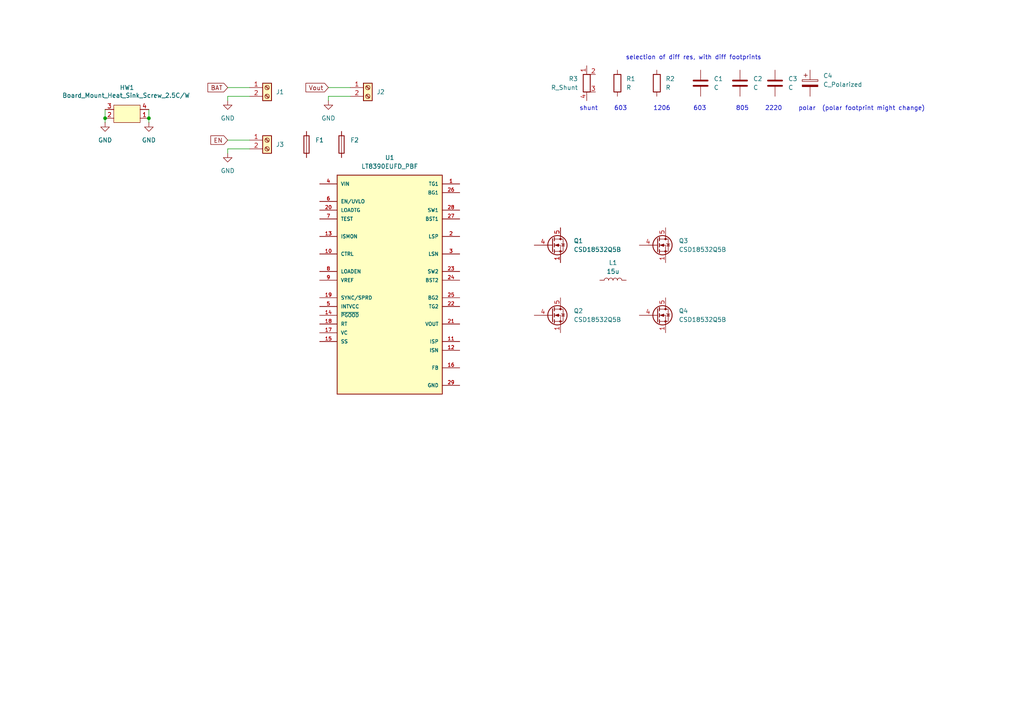
<source format=kicad_sch>
(kicad_sch
	(version 20250114)
	(generator "eeschema")
	(generator_version "9.0")
	(uuid "fa8e210f-4539-4fad-ad3b-e2a7d22847ca")
	(paper "A4")
	(lib_symbols
		(symbol "Device:C"
			(pin_numbers
				(hide yes)
			)
			(pin_names
				(offset 0.254)
			)
			(exclude_from_sim no)
			(in_bom yes)
			(on_board yes)
			(property "Reference" "C"
				(at 0.635 2.54 0)
				(effects
					(font
						(size 1.27 1.27)
					)
					(justify left)
				)
			)
			(property "Value" "C"
				(at 0.635 -2.54 0)
				(effects
					(font
						(size 1.27 1.27)
					)
					(justify left)
				)
			)
			(property "Footprint" ""
				(at 0.9652 -3.81 0)
				(effects
					(font
						(size 1.27 1.27)
					)
					(hide yes)
				)
			)
			(property "Datasheet" "~"
				(at 0 0 0)
				(effects
					(font
						(size 1.27 1.27)
					)
					(hide yes)
				)
			)
			(property "Description" "Unpolarized capacitor"
				(at 0 0 0)
				(effects
					(font
						(size 1.27 1.27)
					)
					(hide yes)
				)
			)
			(property "ki_keywords" "cap capacitor"
				(at 0 0 0)
				(effects
					(font
						(size 1.27 1.27)
					)
					(hide yes)
				)
			)
			(property "ki_fp_filters" "C_*"
				(at 0 0 0)
				(effects
					(font
						(size 1.27 1.27)
					)
					(hide yes)
				)
			)
			(symbol "C_0_1"
				(polyline
					(pts
						(xy -2.032 0.762) (xy 2.032 0.762)
					)
					(stroke
						(width 0.508)
						(type default)
					)
					(fill
						(type none)
					)
				)
				(polyline
					(pts
						(xy -2.032 -0.762) (xy 2.032 -0.762)
					)
					(stroke
						(width 0.508)
						(type default)
					)
					(fill
						(type none)
					)
				)
			)
			(symbol "C_1_1"
				(pin passive line
					(at 0 3.81 270)
					(length 2.794)
					(name "~"
						(effects
							(font
								(size 1.27 1.27)
							)
						)
					)
					(number "1"
						(effects
							(font
								(size 1.27 1.27)
							)
						)
					)
				)
				(pin passive line
					(at 0 -3.81 90)
					(length 2.794)
					(name "~"
						(effects
							(font
								(size 1.27 1.27)
							)
						)
					)
					(number "2"
						(effects
							(font
								(size 1.27 1.27)
							)
						)
					)
				)
			)
			(embedded_fonts no)
		)
		(symbol "Device:C_Polarized"
			(pin_numbers
				(hide yes)
			)
			(pin_names
				(offset 0.254)
			)
			(exclude_from_sim no)
			(in_bom yes)
			(on_board yes)
			(property "Reference" "C"
				(at 0.635 2.54 0)
				(effects
					(font
						(size 1.27 1.27)
					)
					(justify left)
				)
			)
			(property "Value" "C_Polarized"
				(at 0.635 -2.54 0)
				(effects
					(font
						(size 1.27 1.27)
					)
					(justify left)
				)
			)
			(property "Footprint" ""
				(at 0.9652 -3.81 0)
				(effects
					(font
						(size 1.27 1.27)
					)
					(hide yes)
				)
			)
			(property "Datasheet" "~"
				(at 0 0 0)
				(effects
					(font
						(size 1.27 1.27)
					)
					(hide yes)
				)
			)
			(property "Description" "Polarized capacitor"
				(at 0 0 0)
				(effects
					(font
						(size 1.27 1.27)
					)
					(hide yes)
				)
			)
			(property "ki_keywords" "cap capacitor"
				(at 0 0 0)
				(effects
					(font
						(size 1.27 1.27)
					)
					(hide yes)
				)
			)
			(property "ki_fp_filters" "CP_*"
				(at 0 0 0)
				(effects
					(font
						(size 1.27 1.27)
					)
					(hide yes)
				)
			)
			(symbol "C_Polarized_0_1"
				(rectangle
					(start -2.286 0.508)
					(end 2.286 1.016)
					(stroke
						(width 0)
						(type default)
					)
					(fill
						(type none)
					)
				)
				(polyline
					(pts
						(xy -1.778 2.286) (xy -0.762 2.286)
					)
					(stroke
						(width 0)
						(type default)
					)
					(fill
						(type none)
					)
				)
				(polyline
					(pts
						(xy -1.27 2.794) (xy -1.27 1.778)
					)
					(stroke
						(width 0)
						(type default)
					)
					(fill
						(type none)
					)
				)
				(rectangle
					(start 2.286 -0.508)
					(end -2.286 -1.016)
					(stroke
						(width 0)
						(type default)
					)
					(fill
						(type outline)
					)
				)
			)
			(symbol "C_Polarized_1_1"
				(pin passive line
					(at 0 3.81 270)
					(length 2.794)
					(name "~"
						(effects
							(font
								(size 1.27 1.27)
							)
						)
					)
					(number "1"
						(effects
							(font
								(size 1.27 1.27)
							)
						)
					)
				)
				(pin passive line
					(at 0 -3.81 90)
					(length 2.794)
					(name "~"
						(effects
							(font
								(size 1.27 1.27)
							)
						)
					)
					(number "2"
						(effects
							(font
								(size 1.27 1.27)
							)
						)
					)
				)
			)
			(embedded_fonts no)
		)
		(symbol "Device:R"
			(pin_numbers
				(hide yes)
			)
			(pin_names
				(offset 0)
			)
			(exclude_from_sim no)
			(in_bom yes)
			(on_board yes)
			(property "Reference" "R"
				(at 2.032 0 90)
				(effects
					(font
						(size 1.27 1.27)
					)
				)
			)
			(property "Value" "R"
				(at 0 0 90)
				(effects
					(font
						(size 1.27 1.27)
					)
				)
			)
			(property "Footprint" ""
				(at -1.778 0 90)
				(effects
					(font
						(size 1.27 1.27)
					)
					(hide yes)
				)
			)
			(property "Datasheet" "~"
				(at 0 0 0)
				(effects
					(font
						(size 1.27 1.27)
					)
					(hide yes)
				)
			)
			(property "Description" "Resistor"
				(at 0 0 0)
				(effects
					(font
						(size 1.27 1.27)
					)
					(hide yes)
				)
			)
			(property "ki_keywords" "R res resistor"
				(at 0 0 0)
				(effects
					(font
						(size 1.27 1.27)
					)
					(hide yes)
				)
			)
			(property "ki_fp_filters" "R_*"
				(at 0 0 0)
				(effects
					(font
						(size 1.27 1.27)
					)
					(hide yes)
				)
			)
			(symbol "R_0_1"
				(rectangle
					(start -1.016 -2.54)
					(end 1.016 2.54)
					(stroke
						(width 0.254)
						(type default)
					)
					(fill
						(type none)
					)
				)
			)
			(symbol "R_1_1"
				(pin passive line
					(at 0 3.81 270)
					(length 1.27)
					(name "~"
						(effects
							(font
								(size 1.27 1.27)
							)
						)
					)
					(number "1"
						(effects
							(font
								(size 1.27 1.27)
							)
						)
					)
				)
				(pin passive line
					(at 0 -3.81 90)
					(length 1.27)
					(name "~"
						(effects
							(font
								(size 1.27 1.27)
							)
						)
					)
					(number "2"
						(effects
							(font
								(size 1.27 1.27)
							)
						)
					)
				)
			)
			(embedded_fonts no)
		)
		(symbol "Device:R_Shunt"
			(pin_names
				(offset 0)
				(hide yes)
			)
			(exclude_from_sim no)
			(in_bom yes)
			(on_board yes)
			(property "Reference" "R"
				(at -2.032 0 90)
				(effects
					(font
						(size 1.27 1.27)
					)
				)
			)
			(property "Value" "R_Shunt"
				(at 0 0 90)
				(effects
					(font
						(size 1.27 1.27)
					)
				)
			)
			(property "Footprint" ""
				(at -1.778 0 90)
				(effects
					(font
						(size 1.27 1.27)
					)
					(hide yes)
				)
			)
			(property "Datasheet" "~"
				(at 0 0 0)
				(effects
					(font
						(size 1.27 1.27)
					)
					(hide yes)
				)
			)
			(property "Description" "Shunt resistor with Kelvin connections"
				(at 0 0 0)
				(effects
					(font
						(size 1.27 1.27)
					)
					(hide yes)
				)
			)
			(property "ki_keywords" "R res shunt resistor"
				(at 0 0 0)
				(effects
					(font
						(size 1.27 1.27)
					)
					(hide yes)
				)
			)
			(property "ki_fp_filters" "R_*Shunt*"
				(at 0 0 0)
				(effects
					(font
						(size 1.27 1.27)
					)
					(hide yes)
				)
			)
			(symbol "R_Shunt_0_1"
				(rectangle
					(start -1.016 -2.54)
					(end 1.016 2.54)
					(stroke
						(width 0.254)
						(type default)
					)
					(fill
						(type none)
					)
				)
				(polyline
					(pts
						(xy 0 -2.54) (xy 1.27 -2.54)
					)
					(stroke
						(width 0)
						(type default)
					)
					(fill
						(type none)
					)
				)
				(polyline
					(pts
						(xy 1.27 2.54) (xy 0 2.54)
					)
					(stroke
						(width 0)
						(type default)
					)
					(fill
						(type none)
					)
				)
			)
			(symbol "R_Shunt_1_1"
				(pin passive line
					(at 0 5.08 270)
					(length 2.54)
					(name "~"
						(effects
							(font
								(size 1.27 1.27)
							)
						)
					)
					(number "1"
						(effects
							(font
								(size 1.27 1.27)
							)
						)
					)
				)
				(pin passive line
					(at 0 -5.08 90)
					(length 2.54)
					(name "~"
						(effects
							(font
								(size 1.27 1.27)
							)
						)
					)
					(number "4"
						(effects
							(font
								(size 1.27 1.27)
							)
						)
					)
				)
				(pin passive line
					(at 2.54 2.54 180)
					(length 1.27)
					(name "~"
						(effects
							(font
								(size 1.27 1.27)
							)
						)
					)
					(number "2"
						(effects
							(font
								(size 1.27 1.27)
							)
						)
					)
				)
				(pin passive line
					(at 2.54 -2.54 180)
					(length 1.27)
					(name "~"
						(effects
							(font
								(size 1.27 1.27)
							)
						)
					)
					(number "3"
						(effects
							(font
								(size 1.27 1.27)
							)
						)
					)
				)
			)
			(embedded_fonts no)
		)
		(symbol "LT:LT8390EUFD_PBF"
			(pin_names
				(offset 1.016)
			)
			(exclude_from_sim no)
			(in_bom yes)
			(on_board yes)
			(property "Reference" "U"
				(at -15.24 28.829 0)
				(effects
					(font
						(size 1.27 1.27)
					)
					(justify left bottom)
				)
			)
			(property "Value" "LT8390EUFD_PBF"
				(at -15.24 -38.1 0)
				(effects
					(font
						(size 1.27 1.27)
					)
					(justify left bottom)
				)
			)
			(property "Footprint" "LT8390EUFD_PBF:QFN50P500X400X80-29N"
				(at 0 0 0)
				(effects
					(font
						(size 1.27 1.27)
					)
					(justify bottom)
					(hide yes)
				)
			)
			(property "Datasheet" ""
				(at 0 0 0)
				(effects
					(font
						(size 1.27 1.27)
					)
					(hide yes)
				)
			)
			(property "Description" ""
				(at 0 0 0)
				(effects
					(font
						(size 1.27 1.27)
					)
					(hide yes)
				)
			)
			(property "MF" "Analog Devices"
				(at 0 0 0)
				(effects
					(font
						(size 1.27 1.27)
					)
					(justify bottom)
					(hide yes)
				)
			)
			(property "MAXIMUM_PACKAGE_HEIGHT" "0.8mm"
				(at 0 0 0)
				(effects
					(font
						(size 1.27 1.27)
					)
					(justify bottom)
					(hide yes)
				)
			)
			(property "Package" "QFN -28 Analog Devices"
				(at 0 0 0)
				(effects
					(font
						(size 1.27 1.27)
					)
					(justify bottom)
					(hide yes)
				)
			)
			(property "Price" "None"
				(at 0 0 0)
				(effects
					(font
						(size 1.27 1.27)
					)
					(justify bottom)
					(hide yes)
				)
			)
			(property "Check_prices" "https://www.snapeda.com/parts/LT8390EUFD%23PBF/Analog+Devices/view-part/?ref=eda"
				(at 0 0 0)
				(effects
					(font
						(size 1.27 1.27)
					)
					(justify bottom)
					(hide yes)
				)
			)
			(property "STANDARD" "IPC7351B"
				(at 0 0 0)
				(effects
					(font
						(size 1.27 1.27)
					)
					(justify bottom)
					(hide yes)
				)
			)
			(property "PARTREV" "C"
				(at 0 0 0)
				(effects
					(font
						(size 1.27 1.27)
					)
					(justify bottom)
					(hide yes)
				)
			)
			(property "SnapEDA_Link" "https://www.snapeda.com/parts/LT8390EUFD%23PBF/Analog+Devices/view-part/?ref=snap"
				(at 0 0 0)
				(effects
					(font
						(size 1.27 1.27)
					)
					(justify bottom)
					(hide yes)
				)
			)
			(property "MP" "LT8390EUFD#PBF"
				(at 0 0 0)
				(effects
					(font
						(size 1.27 1.27)
					)
					(justify bottom)
					(hide yes)
				)
			)
			(property "Description_1" "60V Synchronous 4-Switch Buck-Boost Controller with Spread Spectrum"
				(at 0 0 0)
				(effects
					(font
						(size 1.27 1.27)
					)
					(justify bottom)
					(hide yes)
				)
			)
			(property "MANUFACTURER" "Analog Devices"
				(at 0 0 0)
				(effects
					(font
						(size 1.27 1.27)
					)
					(justify bottom)
					(hide yes)
				)
			)
			(property "Availability" "In Stock"
				(at 0 0 0)
				(effects
					(font
						(size 1.27 1.27)
					)
					(justify bottom)
					(hide yes)
				)
			)
			(property "SNAPEDA_PN" "LT8390EUFD_PBF"
				(at 0 0 0)
				(effects
					(font
						(size 1.27 1.27)
					)
					(justify bottom)
					(hide yes)
				)
			)
			(symbol "LT8390EUFD_PBF_0_0"
				(rectangle
					(start -15.24 -35.56)
					(end 15.24 27.94)
					(stroke
						(width 0.254)
						(type default)
					)
					(fill
						(type background)
					)
				)
				(pin input line
					(at -20.32 25.4 0)
					(length 5.08)
					(name "VIN"
						(effects
							(font
								(size 1.016 1.016)
							)
						)
					)
					(number "4"
						(effects
							(font
								(size 1.016 1.016)
							)
						)
					)
				)
				(pin input line
					(at -20.32 20.32 0)
					(length 5.08)
					(name "EN/UVLO"
						(effects
							(font
								(size 1.016 1.016)
							)
						)
					)
					(number "6"
						(effects
							(font
								(size 1.016 1.016)
							)
						)
					)
				)
				(pin input line
					(at -20.32 17.78 0)
					(length 5.08)
					(name "LOADTG"
						(effects
							(font
								(size 1.016 1.016)
							)
						)
					)
					(number "20"
						(effects
							(font
								(size 1.016 1.016)
							)
						)
					)
				)
				(pin bidirectional line
					(at -20.32 15.24 0)
					(length 5.08)
					(name "TEST"
						(effects
							(font
								(size 1.016 1.016)
							)
						)
					)
					(number "7"
						(effects
							(font
								(size 1.016 1.016)
							)
						)
					)
				)
				(pin output line
					(at -20.32 10.16 0)
					(length 5.08)
					(name "ISMON"
						(effects
							(font
								(size 1.016 1.016)
							)
						)
					)
					(number "13"
						(effects
							(font
								(size 1.016 1.016)
							)
						)
					)
				)
				(pin input line
					(at -20.32 5.08 0)
					(length 5.08)
					(name "CTRL"
						(effects
							(font
								(size 1.016 1.016)
							)
						)
					)
					(number "10"
						(effects
							(font
								(size 1.016 1.016)
							)
						)
					)
				)
				(pin input line
					(at -20.32 0 0)
					(length 5.08)
					(name "LOADEN"
						(effects
							(font
								(size 1.016 1.016)
							)
						)
					)
					(number "8"
						(effects
							(font
								(size 1.016 1.016)
							)
						)
					)
				)
				(pin output line
					(at -20.32 -2.54 0)
					(length 5.08)
					(name "VREF"
						(effects
							(font
								(size 1.016 1.016)
							)
						)
					)
					(number "9"
						(effects
							(font
								(size 1.016 1.016)
							)
						)
					)
				)
				(pin input line
					(at -20.32 -7.62 0)
					(length 5.08)
					(name "SYNC/SPRD"
						(effects
							(font
								(size 1.016 1.016)
							)
						)
					)
					(number "19"
						(effects
							(font
								(size 1.016 1.016)
							)
						)
					)
				)
				(pin output line
					(at -20.32 -10.16 0)
					(length 5.08)
					(name "INTVCC"
						(effects
							(font
								(size 1.016 1.016)
							)
						)
					)
					(number "5"
						(effects
							(font
								(size 1.016 1.016)
							)
						)
					)
				)
				(pin output line
					(at -20.32 -12.7 0)
					(length 5.08)
					(name "~{PGOOD}"
						(effects
							(font
								(size 1.016 1.016)
							)
						)
					)
					(number "14"
						(effects
							(font
								(size 1.016 1.016)
							)
						)
					)
				)
				(pin input line
					(at -20.32 -15.24 0)
					(length 5.08)
					(name "RT"
						(effects
							(font
								(size 1.016 1.016)
							)
						)
					)
					(number "18"
						(effects
							(font
								(size 1.016 1.016)
							)
						)
					)
				)
				(pin output line
					(at -20.32 -17.78 0)
					(length 5.08)
					(name "VC"
						(effects
							(font
								(size 1.016 1.016)
							)
						)
					)
					(number "17"
						(effects
							(font
								(size 1.016 1.016)
							)
						)
					)
				)
				(pin input line
					(at -20.32 -20.32 0)
					(length 5.08)
					(name "SS"
						(effects
							(font
								(size 1.016 1.016)
							)
						)
					)
					(number "15"
						(effects
							(font
								(size 1.016 1.016)
							)
						)
					)
				)
				(pin passive line
					(at 20.32 25.4 180)
					(length 5.08)
					(name "TG1"
						(effects
							(font
								(size 1.016 1.016)
							)
						)
					)
					(number "1"
						(effects
							(font
								(size 1.016 1.016)
							)
						)
					)
				)
				(pin passive line
					(at 20.32 22.86 180)
					(length 5.08)
					(name "BG1"
						(effects
							(font
								(size 1.016 1.016)
							)
						)
					)
					(number "26"
						(effects
							(font
								(size 1.016 1.016)
							)
						)
					)
				)
				(pin output line
					(at 20.32 17.78 180)
					(length 5.08)
					(name "SW1"
						(effects
							(font
								(size 1.016 1.016)
							)
						)
					)
					(number "28"
						(effects
							(font
								(size 1.016 1.016)
							)
						)
					)
				)
				(pin input line
					(at 20.32 15.24 180)
					(length 5.08)
					(name "BST1"
						(effects
							(font
								(size 1.016 1.016)
							)
						)
					)
					(number "27"
						(effects
							(font
								(size 1.016 1.016)
							)
						)
					)
				)
				(pin passive line
					(at 20.32 10.16 180)
					(length 5.08)
					(name "LSP"
						(effects
							(font
								(size 1.016 1.016)
							)
						)
					)
					(number "2"
						(effects
							(font
								(size 1.016 1.016)
							)
						)
					)
				)
				(pin passive line
					(at 20.32 5.08 180)
					(length 5.08)
					(name "LSN"
						(effects
							(font
								(size 1.016 1.016)
							)
						)
					)
					(number "3"
						(effects
							(font
								(size 1.016 1.016)
							)
						)
					)
				)
				(pin output line
					(at 20.32 0 180)
					(length 5.08)
					(name "SW2"
						(effects
							(font
								(size 1.016 1.016)
							)
						)
					)
					(number "23"
						(effects
							(font
								(size 1.016 1.016)
							)
						)
					)
				)
				(pin input line
					(at 20.32 -2.54 180)
					(length 5.08)
					(name "BST2"
						(effects
							(font
								(size 1.016 1.016)
							)
						)
					)
					(number "24"
						(effects
							(font
								(size 1.016 1.016)
							)
						)
					)
				)
				(pin passive line
					(at 20.32 -7.62 180)
					(length 5.08)
					(name "BG2"
						(effects
							(font
								(size 1.016 1.016)
							)
						)
					)
					(number "25"
						(effects
							(font
								(size 1.016 1.016)
							)
						)
					)
				)
				(pin passive line
					(at 20.32 -10.16 180)
					(length 5.08)
					(name "TG2"
						(effects
							(font
								(size 1.016 1.016)
							)
						)
					)
					(number "22"
						(effects
							(font
								(size 1.016 1.016)
							)
						)
					)
				)
				(pin output line
					(at 20.32 -15.24 180)
					(length 5.08)
					(name "VOUT"
						(effects
							(font
								(size 1.016 1.016)
							)
						)
					)
					(number "21"
						(effects
							(font
								(size 1.016 1.016)
							)
						)
					)
				)
				(pin passive line
					(at 20.32 -20.32 180)
					(length 5.08)
					(name "ISP"
						(effects
							(font
								(size 1.016 1.016)
							)
						)
					)
					(number "11"
						(effects
							(font
								(size 1.016 1.016)
							)
						)
					)
				)
				(pin passive line
					(at 20.32 -22.86 180)
					(length 5.08)
					(name "ISN"
						(effects
							(font
								(size 1.016 1.016)
							)
						)
					)
					(number "12"
						(effects
							(font
								(size 1.016 1.016)
							)
						)
					)
				)
				(pin input line
					(at 20.32 -27.94 180)
					(length 5.08)
					(name "FB"
						(effects
							(font
								(size 1.016 1.016)
							)
						)
					)
					(number "16"
						(effects
							(font
								(size 1.016 1.016)
							)
						)
					)
				)
				(pin power_in line
					(at 20.32 -33.02 180)
					(length 5.08)
					(name "GND"
						(effects
							(font
								(size 1.016 1.016)
							)
						)
					)
					(number "29"
						(effects
							(font
								(size 1.016 1.016)
							)
						)
					)
				)
			)
			(embedded_fonts no)
		)
		(symbol "Transistor_FET:CSD18532Q5B"
			(pin_names
				(offset 0)
				(hide yes)
			)
			(exclude_from_sim no)
			(in_bom yes)
			(on_board yes)
			(property "Reference" "Q"
				(at 5.08 1.905 0)
				(effects
					(font
						(size 1.27 1.27)
					)
					(justify left)
				)
			)
			(property "Value" "CSD18532Q5B"
				(at 5.08 0 0)
				(effects
					(font
						(size 1.27 1.27)
					)
					(justify left)
				)
			)
			(property "Footprint" "Package_TO_SOT_SMD:TDSON-8-1"
				(at 5.08 -1.905 0)
				(effects
					(font
						(size 1.27 1.27)
						(italic yes)
					)
					(justify left)
					(hide yes)
				)
			)
			(property "Datasheet" "http://www.ti.com/lit/gpn/csd18532q5b"
				(at 5.08 -3.81 0)
				(effects
					(font
						(size 1.27 1.27)
					)
					(justify left)
					(hide yes)
				)
			)
			(property "Description" "100A Id, 60V Vds, NexFET N-Channel Power MOSFET, 3.2mOhm Ron, 44nC Qg(typ), SON8 5x6mm"
				(at 0 0 0)
				(effects
					(font
						(size 1.27 1.27)
					)
					(hide yes)
				)
			)
			(property "ki_keywords" "NexFET Power MOSFET N-MOS"
				(at 0 0 0)
				(effects
					(font
						(size 1.27 1.27)
					)
					(hide yes)
				)
			)
			(property "ki_fp_filters" "TDSON*"
				(at 0 0 0)
				(effects
					(font
						(size 1.27 1.27)
					)
					(hide yes)
				)
			)
			(symbol "CSD18532Q5B_0_1"
				(polyline
					(pts
						(xy 0.254 1.905) (xy 0.254 -1.905)
					)
					(stroke
						(width 0.254)
						(type default)
					)
					(fill
						(type none)
					)
				)
				(polyline
					(pts
						(xy 0.254 0) (xy -2.54 0)
					)
					(stroke
						(width 0)
						(type default)
					)
					(fill
						(type none)
					)
				)
				(polyline
					(pts
						(xy 0.762 2.286) (xy 0.762 1.27)
					)
					(stroke
						(width 0.254)
						(type default)
					)
					(fill
						(type none)
					)
				)
				(polyline
					(pts
						(xy 0.762 0.508) (xy 0.762 -0.508)
					)
					(stroke
						(width 0.254)
						(type default)
					)
					(fill
						(type none)
					)
				)
				(polyline
					(pts
						(xy 0.762 -1.27) (xy 0.762 -2.286)
					)
					(stroke
						(width 0.254)
						(type default)
					)
					(fill
						(type none)
					)
				)
				(polyline
					(pts
						(xy 0.762 -1.778) (xy 3.302 -1.778) (xy 3.302 1.778) (xy 0.762 1.778)
					)
					(stroke
						(width 0)
						(type default)
					)
					(fill
						(type none)
					)
				)
				(polyline
					(pts
						(xy 1.016 0) (xy 2.032 0.381) (xy 2.032 -0.381) (xy 1.016 0)
					)
					(stroke
						(width 0)
						(type default)
					)
					(fill
						(type outline)
					)
				)
				(circle
					(center 1.651 0)
					(radius 2.794)
					(stroke
						(width 0.254)
						(type default)
					)
					(fill
						(type none)
					)
				)
				(polyline
					(pts
						(xy 2.54 2.54) (xy 2.54 1.778)
					)
					(stroke
						(width 0)
						(type default)
					)
					(fill
						(type none)
					)
				)
				(circle
					(center 2.54 1.778)
					(radius 0.254)
					(stroke
						(width 0)
						(type default)
					)
					(fill
						(type outline)
					)
				)
				(circle
					(center 2.54 -1.778)
					(radius 0.254)
					(stroke
						(width 0)
						(type default)
					)
					(fill
						(type outline)
					)
				)
				(polyline
					(pts
						(xy 2.54 -2.54) (xy 2.54 0) (xy 0.762 0)
					)
					(stroke
						(width 0)
						(type default)
					)
					(fill
						(type none)
					)
				)
				(polyline
					(pts
						(xy 2.794 0.508) (xy 2.921 0.381) (xy 3.683 0.381) (xy 3.81 0.254)
					)
					(stroke
						(width 0)
						(type default)
					)
					(fill
						(type none)
					)
				)
				(polyline
					(pts
						(xy 3.302 0.381) (xy 2.921 -0.254) (xy 3.683 -0.254) (xy 3.302 0.381)
					)
					(stroke
						(width 0)
						(type default)
					)
					(fill
						(type none)
					)
				)
			)
			(symbol "CSD18532Q5B_1_1"
				(pin input line
					(at -5.08 0 0)
					(length 5.08)
					(name "G"
						(effects
							(font
								(size 1.27 1.27)
							)
						)
					)
					(number "4"
						(effects
							(font
								(size 1.27 1.27)
							)
						)
					)
				)
				(pin passive line
					(at 2.54 5.08 270)
					(length 2.54)
					(name "D"
						(effects
							(font
								(size 1.27 1.27)
							)
						)
					)
					(number "5"
						(effects
							(font
								(size 1.27 1.27)
							)
						)
					)
				)
				(pin passive line
					(at 2.54 -5.08 90)
					(length 2.54)
					(name "S"
						(effects
							(font
								(size 1.27 1.27)
							)
						)
					)
					(number "1"
						(effects
							(font
								(size 1.27 1.27)
							)
						)
					)
				)
				(pin passive line
					(at 2.54 -5.08 90)
					(length 2.54)
					(hide yes)
					(name "S"
						(effects
							(font
								(size 1.27 1.27)
							)
						)
					)
					(number "2"
						(effects
							(font
								(size 1.27 1.27)
							)
						)
					)
				)
				(pin passive line
					(at 2.54 -5.08 90)
					(length 2.54)
					(hide yes)
					(name "S"
						(effects
							(font
								(size 1.27 1.27)
							)
						)
					)
					(number "3"
						(effects
							(font
								(size 1.27 1.27)
							)
						)
					)
				)
			)
			(embedded_fonts no)
		)
		(symbol "power:GND"
			(power)
			(pin_numbers
				(hide yes)
			)
			(pin_names
				(offset 0)
				(hide yes)
			)
			(exclude_from_sim no)
			(in_bom yes)
			(on_board yes)
			(property "Reference" "#PWR"
				(at 0 -6.35 0)
				(effects
					(font
						(size 1.27 1.27)
					)
					(hide yes)
				)
			)
			(property "Value" "GND"
				(at 0 -3.81 0)
				(effects
					(font
						(size 1.27 1.27)
					)
				)
			)
			(property "Footprint" ""
				(at 0 0 0)
				(effects
					(font
						(size 1.27 1.27)
					)
					(hide yes)
				)
			)
			(property "Datasheet" ""
				(at 0 0 0)
				(effects
					(font
						(size 1.27 1.27)
					)
					(hide yes)
				)
			)
			(property "Description" "Power symbol creates a global label with name \"GND\" , ground"
				(at 0 0 0)
				(effects
					(font
						(size 1.27 1.27)
					)
					(hide yes)
				)
			)
			(property "ki_keywords" "global power"
				(at 0 0 0)
				(effects
					(font
						(size 1.27 1.27)
					)
					(hide yes)
				)
			)
			(symbol "GND_0_1"
				(polyline
					(pts
						(xy 0 0) (xy 0 -1.27) (xy 1.27 -1.27) (xy 0 -2.54) (xy -1.27 -1.27) (xy 0 -1.27)
					)
					(stroke
						(width 0)
						(type default)
					)
					(fill
						(type none)
					)
				)
			)
			(symbol "GND_1_1"
				(pin power_in line
					(at 0 0 270)
					(length 0)
					(name "~"
						(effects
							(font
								(size 1.27 1.27)
							)
						)
					)
					(number "1"
						(effects
							(font
								(size 1.27 1.27)
							)
						)
					)
				)
			)
			(embedded_fonts no)
		)
		(symbol "rsx_fuses:Fuse_Holder_Auto"
			(pin_numbers
				(hide yes)
			)
			(pin_names
				(offset 0)
			)
			(exclude_from_sim no)
			(in_bom yes)
			(on_board yes)
			(property "Reference" "F"
				(at 2.032 0 90)
				(effects
					(font
						(size 1.27 1.27)
					)
				)
			)
			(property "Value" "Fuse_Holder_Auto"
				(at -1.905 0 90)
				(effects
					(font
						(size 1.27 1.27)
					)
				)
			)
			(property "Footprint" "rsx_fuses:FUSE_3568-10"
				(at -1.778 0 90)
				(effects
					(font
						(size 1.27 1.27)
					)
					(hide yes)
				)
			)
			(property "Datasheet" "~"
				(at 0 0 0)
				(effects
					(font
						(size 1.27 1.27)
					)
					(hide yes)
				)
			)
			(property "Description" "Fuse Holder 30 A 500V 1 Circuit Blade Through Hole"
				(at 0 0 0)
				(effects
					(font
						(size 1.27 1.27)
					)
					(hide yes)
				)
			)
			(property "MFR" "Keystone Electronics"
				(at 0 0 0)
				(effects
					(font
						(size 1.27 1.27)
					)
					(hide yes)
				)
			)
			(property "DPN" "36-3568-10-ND"
				(at 0 0 0)
				(effects
					(font
						(size 1.27 1.27)
					)
					(hide yes)
				)
			)
			(property "MPN" "3568-10"
				(at 0 0 0)
				(effects
					(font
						(size 1.27 1.27)
					)
					(hide yes)
				)
			)
			(property "ki_keywords" "fuse"
				(at 0 0 0)
				(effects
					(font
						(size 1.27 1.27)
					)
					(hide yes)
				)
			)
			(property "ki_fp_filters" "*Fuse*"
				(at 0 0 0)
				(effects
					(font
						(size 1.27 1.27)
					)
					(hide yes)
				)
			)
			(symbol "Fuse_Holder_Auto_0_1"
				(rectangle
					(start -0.762 2.54)
					(end 0.762 -2.54)
					(stroke
						(width 0.254)
						(type default)
					)
					(fill
						(type none)
					)
				)
				(polyline
					(pts
						(xy 0 2.54) (xy 0 -2.54)
					)
					(stroke
						(width 0)
						(type default)
					)
					(fill
						(type none)
					)
				)
			)
			(symbol "Fuse_Holder_Auto_1_1"
				(pin passive line
					(at 0 3.81 270)
					(length 1.27)
					(name "~"
						(effects
							(font
								(size 1.27 1.27)
							)
						)
					)
					(number "1"
						(effects
							(font
								(size 1.27 1.27)
							)
						)
					)
				)
				(pin passive line
					(at 0 -3.81 90)
					(length 1.27)
					(name "~"
						(effects
							(font
								(size 1.27 1.27)
							)
						)
					)
					(number "2"
						(effects
							(font
								(size 1.27 1.27)
							)
						)
					)
				)
			)
			(embedded_fonts no)
		)
		(symbol "rsx_header_screw:Screw_Terminal_2x2.54"
			(pin_names
				(offset 1.016)
				(hide yes)
			)
			(exclude_from_sim no)
			(in_bom yes)
			(on_board yes)
			(property "Reference" "J"
				(at 0 2.54 0)
				(effects
					(font
						(size 1.27 1.27)
					)
				)
			)
			(property "Value" "Screw_Terminal_2x2.54"
				(at 0 -5.08 0)
				(effects
					(font
						(size 1.27 1.27)
					)
					(hide yes)
				)
			)
			(property "Footprint" "rsx_headers_screw:Wurth_691210910002"
				(at 0 0 0)
				(effects
					(font
						(size 1.27 1.27)
					)
					(hide yes)
				)
			)
			(property "Datasheet" "~"
				(at 0 0 0)
				(effects
					(font
						(size 1.27 1.27)
					)
					(hide yes)
				)
			)
			(property "Description" "TERM BLOCK 2P HORIZON 2.54MM PCB"
				(at 0 0 0)
				(effects
					(font
						(size 1.27 1.27)
					)
					(hide yes)
				)
			)
			(property "MFR" "Würth Elektronik"
				(at 0 0 0)
				(effects
					(font
						(size 1.27 1.27)
					)
					(hide yes)
				)
			)
			(property "DPN" "732-691210910002-ND"
				(at 0 0 0)
				(effects
					(font
						(size 1.27 1.27)
					)
					(hide yes)
				)
			)
			(property "MPN" "691210910002"
				(at 0 0 0)
				(effects
					(font
						(size 1.27 1.27)
					)
					(hide yes)
				)
			)
			(property "ki_keywords" "screw terminal"
				(at 0 0 0)
				(effects
					(font
						(size 1.27 1.27)
					)
					(hide yes)
				)
			)
			(property "ki_fp_filters" "TerminalBlock*:*"
				(at 0 0 0)
				(effects
					(font
						(size 1.27 1.27)
					)
					(hide yes)
				)
			)
			(symbol "Screw_Terminal_2x2.54_1_1"
				(rectangle
					(start -1.27 1.27)
					(end 1.27 -3.81)
					(stroke
						(width 0.254)
						(type default)
					)
					(fill
						(type background)
					)
				)
				(polyline
					(pts
						(xy -0.5334 0.3302) (xy 0.3302 -0.508)
					)
					(stroke
						(width 0.1524)
						(type default)
					)
					(fill
						(type none)
					)
				)
				(polyline
					(pts
						(xy -0.5334 -2.2098) (xy 0.3302 -3.048)
					)
					(stroke
						(width 0.1524)
						(type default)
					)
					(fill
						(type none)
					)
				)
				(polyline
					(pts
						(xy -0.3556 0.508) (xy 0.508 -0.3302)
					)
					(stroke
						(width 0.1524)
						(type default)
					)
					(fill
						(type none)
					)
				)
				(polyline
					(pts
						(xy -0.3556 -2.032) (xy 0.508 -2.8702)
					)
					(stroke
						(width 0.1524)
						(type default)
					)
					(fill
						(type none)
					)
				)
				(circle
					(center 0 0)
					(radius 0.635)
					(stroke
						(width 0.1524)
						(type default)
					)
					(fill
						(type none)
					)
				)
				(circle
					(center 0 -2.54)
					(radius 0.635)
					(stroke
						(width 0.1524)
						(type default)
					)
					(fill
						(type none)
					)
				)
				(pin passive line
					(at -5.08 0 0)
					(length 3.81)
					(name "Pin_1"
						(effects
							(font
								(size 1.27 1.27)
							)
						)
					)
					(number "1"
						(effects
							(font
								(size 1.27 1.27)
							)
						)
					)
				)
				(pin passive line
					(at -5.08 -2.54 0)
					(length 3.81)
					(name "Pin_2"
						(effects
							(font
								(size 1.27 1.27)
							)
						)
					)
					(number "2"
						(effects
							(font
								(size 1.27 1.27)
							)
						)
					)
				)
			)
			(embedded_fonts no)
		)
		(symbol "rsx_header_screw:Screw_Terminal_2x5.08"
			(pin_names
				(offset 1.016)
				(hide yes)
			)
			(exclude_from_sim no)
			(in_bom yes)
			(on_board yes)
			(property "Reference" "J"
				(at 0 2.54 0)
				(effects
					(font
						(size 1.27 1.27)
					)
				)
			)
			(property "Value" "Screw_Terminal_2x5.08"
				(at 0 -5.08 0)
				(effects
					(font
						(size 1.27 1.27)
					)
					(hide yes)
				)
			)
			(property "Footprint" "rsx_headers_screw:Molex_0398800302"
				(at 0 0 0)
				(effects
					(font
						(size 1.27 1.27)
					)
					(hide yes)
				)
			)
			(property "Datasheet" "~"
				(at 0 0 0)
				(effects
					(font
						(size 1.27 1.27)
					)
					(hide yes)
				)
			)
			(property "Description" "TERM BLK 2P SIDE ENT 5.08MM PCB"
				(at 0 0 0)
				(effects
					(font
						(size 1.27 1.27)
					)
					(hide yes)
				)
			)
			(property "MFR" "Molex"
				(at 0 0 0)
				(effects
					(font
						(size 1.27 1.27)
					)
					(hide yes)
				)
			)
			(property "DPN" "WM4393-ND"
				(at 0 0 0)
				(effects
					(font
						(size 1.27 1.27)
					)
					(hide yes)
				)
			)
			(property "MPN" "398800302"
				(at 0 0 0)
				(effects
					(font
						(size 1.27 1.27)
					)
					(hide yes)
				)
			)
			(property "ki_keywords" "screw terminal"
				(at 0 0 0)
				(effects
					(font
						(size 1.27 1.27)
					)
					(hide yes)
				)
			)
			(property "ki_fp_filters" "TerminalBlock*:*"
				(at 0 0 0)
				(effects
					(font
						(size 1.27 1.27)
					)
					(hide yes)
				)
			)
			(symbol "Screw_Terminal_2x5.08_1_1"
				(rectangle
					(start -1.27 1.27)
					(end 1.27 -3.81)
					(stroke
						(width 0.254)
						(type default)
					)
					(fill
						(type background)
					)
				)
				(polyline
					(pts
						(xy -0.5334 0.3302) (xy 0.3302 -0.508)
					)
					(stroke
						(width 0.1524)
						(type default)
					)
					(fill
						(type none)
					)
				)
				(polyline
					(pts
						(xy -0.5334 -2.2098) (xy 0.3302 -3.048)
					)
					(stroke
						(width 0.1524)
						(type default)
					)
					(fill
						(type none)
					)
				)
				(polyline
					(pts
						(xy -0.3556 0.508) (xy 0.508 -0.3302)
					)
					(stroke
						(width 0.1524)
						(type default)
					)
					(fill
						(type none)
					)
				)
				(polyline
					(pts
						(xy -0.3556 -2.032) (xy 0.508 -2.8702)
					)
					(stroke
						(width 0.1524)
						(type default)
					)
					(fill
						(type none)
					)
				)
				(circle
					(center 0 0)
					(radius 0.635)
					(stroke
						(width 0.1524)
						(type default)
					)
					(fill
						(type none)
					)
				)
				(circle
					(center 0 -2.54)
					(radius 0.635)
					(stroke
						(width 0.1524)
						(type default)
					)
					(fill
						(type none)
					)
				)
				(pin passive line
					(at -5.08 0 0)
					(length 3.81)
					(name "Pin_1"
						(effects
							(font
								(size 1.27 1.27)
							)
						)
					)
					(number "1"
						(effects
							(font
								(size 1.27 1.27)
							)
						)
					)
				)
				(pin passive line
					(at -5.08 -2.54 0)
					(length 3.81)
					(name "Pin_2"
						(effects
							(font
								(size 1.27 1.27)
							)
						)
					)
					(number "2"
						(effects
							(font
								(size 1.27 1.27)
							)
						)
					)
				)
			)
			(embedded_fonts no)
		)
		(symbol "rsx_inductors:15u_21A"
			(pin_numbers
				(hide yes)
			)
			(pin_names
				(offset 1.016)
				(hide yes)
			)
			(exclude_from_sim no)
			(in_bom yes)
			(on_board yes)
			(property "Reference" "L"
				(at -1.27 0 90)
				(effects
					(font
						(size 1.27 1.27)
					)
				)
			)
			(property "Value" "15u_21A"
				(at 1.905 0 90)
				(effects
					(font
						(size 1.27 1.27)
					)
				)
			)
			(property "Footprint" "rsx_inductors:PQ2617BHA-XXXK"
				(at 2.54 12.7 0)
				(effects
					(font
						(size 1.27 1.27)
					)
					(hide yes)
				)
			)
			(property "Datasheet" "~"
				(at 0 17.78 0)
				(effects
					(font
						(size 1.27 1.27)
					)
					(hide yes)
				)
			)
			(property "Description" "FIXED IND 15UH 28A 2.5 MOHM SMD"
				(at 0 0 0)
				(effects
					(font
						(size 1.27 1.27)
					)
					(hide yes)
				)
			)
			(property "MFR" "Bourns Inc."
				(at 0 11.43 0)
				(effects
					(font
						(size 1.27 1.27)
					)
					(hide yes)
				)
			)
			(property "DPN" "PQ2617BHA-150K-ND"
				(at 2.54 13.97 0)
				(effects
					(font
						(size 1.27 1.27)
					)
					(hide yes)
				)
			)
			(property "MPN" "PQ2617BHA-150K"
				(at 2.54 16.51 0)
				(effects
					(font
						(size 1.27 1.27)
					)
					(hide yes)
				)
			)
			(property "ki_keywords" "inductor choke coil reactor magnetic"
				(at 0 0 0)
				(effects
					(font
						(size 1.27 1.27)
					)
					(hide yes)
				)
			)
			(property "ki_fp_filters" "Choke_* *Coil* Inductor_* L_*"
				(at 0 0 0)
				(effects
					(font
						(size 1.27 1.27)
					)
					(hide yes)
				)
			)
			(symbol "15u_21A_0_1"
				(arc
					(start 0 2.54)
					(mid 0.6323 1.905)
					(end 0 1.27)
					(stroke
						(width 0)
						(type default)
					)
					(fill
						(type none)
					)
				)
				(arc
					(start 0 1.27)
					(mid 0.6323 0.635)
					(end 0 0)
					(stroke
						(width 0)
						(type default)
					)
					(fill
						(type none)
					)
				)
				(arc
					(start 0 0)
					(mid 0.6323 -0.635)
					(end 0 -1.27)
					(stroke
						(width 0)
						(type default)
					)
					(fill
						(type none)
					)
				)
				(arc
					(start 0 -1.27)
					(mid 0.6323 -1.905)
					(end 0 -2.54)
					(stroke
						(width 0)
						(type default)
					)
					(fill
						(type none)
					)
				)
			)
			(symbol "15u_21A_1_1"
				(pin passive line
					(at 0 3.81 270)
					(length 1.27)
					(name "1"
						(effects
							(font
								(size 1.27 1.27)
							)
						)
					)
					(number "1"
						(effects
							(font
								(size 1.27 1.27)
							)
						)
					)
				)
				(pin passive line
					(at 0 -3.81 90)
					(length 1.27)
					(name "2"
						(effects
							(font
								(size 1.27 1.27)
							)
						)
					)
					(number "2"
						(effects
							(font
								(size 1.27 1.27)
							)
						)
					)
				)
			)
			(embedded_fonts no)
		)
		(symbol "rsx_misc:Board_Mount_Heat_Sink_Screw_2.5C/W"
			(pin_names
				(offset 1.016)
			)
			(exclude_from_sim no)
			(in_bom yes)
			(on_board yes)
			(property "Reference" "HW"
				(at 0 3.81 0)
				(effects
					(font
						(size 1.27 1.27)
					)
				)
			)
			(property "Value" "Board_Mount_Heat_Sink_Screw_2.5C/W"
				(at 0 -3.556 0)
				(effects
					(font
						(size 1.27 1.27)
					)
				)
			)
			(property "Footprint" "rsx_misc:ATS-1139-C1-R0"
				(at -0.254 10.414 0)
				(effects
					(font
						(size 1.27 1.27)
					)
					(hide yes)
				)
			)
			(property "Datasheet" ""
				(at 0 0 0)
				(effects
					(font
						(size 1.27 1.27)
					)
					(hide yes)
				)
			)
			(property "Description" "1/4 BRICK HEATSINK 37X58X11.4MM"
				(at -0.254 10.414 0)
				(effects
					(font
						(size 1.27 1.27)
					)
					(hide yes)
				)
			)
			(property "DPN" "ATS1499-ND"
				(at -0.254 10.414 0)
				(effects
					(font
						(size 1.27 1.27)
					)
					(hide yes)
				)
			)
			(property "MPN" "ATS-1139-C1-R0"
				(at 0 10.414 0)
				(effects
					(font
						(size 1.27 1.27)
					)
					(hide yes)
				)
			)
			(property "McMaster-Carr" "  90818A102"
				(at -0.254 10.414 0)
				(effects
					(font
						(size 1.27 1.27)
					)
					(hide yes)
				)
			)
			(symbol "Board_Mount_Heat_Sink_Screw_2.5C/W_0_1"
				(rectangle
					(start -3.81 2.54)
					(end 3.81 -2.54)
					(stroke
						(width 0)
						(type default)
					)
					(fill
						(type background)
					)
				)
			)
			(symbol "Board_Mount_Heat_Sink_Screw_2.5C/W_1_1"
				(pin passive line
					(at -6.35 1.27 0)
					(length 2.54)
					(name ""
						(effects
							(font
								(size 1.27 1.27)
							)
						)
					)
					(number "3"
						(effects
							(font
								(size 1.27 1.27)
							)
						)
					)
				)
				(pin passive line
					(at -6.35 -1.27 0)
					(length 2.54)
					(name ""
						(effects
							(font
								(size 1.27 1.27)
							)
						)
					)
					(number "2"
						(effects
							(font
								(size 1.27 1.27)
							)
						)
					)
				)
				(pin passive line
					(at 6.35 1.27 180)
					(length 2.54)
					(name ""
						(effects
							(font
								(size 1.27 1.27)
							)
						)
					)
					(number "4"
						(effects
							(font
								(size 1.27 1.27)
							)
						)
					)
				)
				(pin passive line
					(at 6.35 -1.27 180)
					(length 2.54)
					(name ""
						(effects
							(font
								(size 1.27 1.27)
							)
						)
					)
					(number "1"
						(effects
							(font
								(size 1.27 1.27)
							)
						)
					)
				)
			)
			(embedded_fonts no)
		)
	)
	(text "selection of diff res, with diff footprints\n"
		(exclude_from_sim no)
		(at 201.168 16.764 0)
		(effects
			(font
				(size 1.27 1.27)
			)
		)
		(uuid "5298ab51-d286-4063-90c1-ce3478d18881")
	)
	(text "shunt     603        1206       603         805     2220     polar  (polar footprint might change)"
		(exclude_from_sim no)
		(at 218.186 31.496 0)
		(effects
			(font
				(size 1.27 1.27)
			)
		)
		(uuid "68ce54ad-9ae3-4d9d-ba40-261da272bd81")
	)
	(junction
		(at 30.48 34.29)
		(diameter 0)
		(color 0 0 0 0)
		(uuid "3929b28f-aecc-4413-b0ba-8688d2d46ac7")
	)
	(junction
		(at 43.18 34.29)
		(diameter 0)
		(color 0 0 0 0)
		(uuid "a2adebc3-b7d2-4d5d-a1d0-55a39a7524e2")
	)
	(wire
		(pts
			(xy 72.39 43.18) (xy 66.04 43.18)
		)
		(stroke
			(width 0)
			(type default)
		)
		(uuid "1c44cbed-661f-4ffe-88f2-0d15222179e9")
	)
	(wire
		(pts
			(xy 66.04 43.18) (xy 66.04 44.45)
		)
		(stroke
			(width 0)
			(type default)
		)
		(uuid "1f752e60-59a5-4958-aca9-733588b8c314")
	)
	(wire
		(pts
			(xy 43.18 34.29) (xy 43.18 35.56)
		)
		(stroke
			(width 0)
			(type default)
		)
		(uuid "20233a36-02db-4d59-aeeb-f6cb840772cc")
	)
	(wire
		(pts
			(xy 66.04 25.4) (xy 72.39 25.4)
		)
		(stroke
			(width 0)
			(type default)
		)
		(uuid "266df60a-617c-45bc-bab0-891d2c0bd4ec")
	)
	(wire
		(pts
			(xy 72.39 27.94) (xy 66.04 27.94)
		)
		(stroke
			(width 0)
			(type default)
		)
		(uuid "3eab88cf-396c-4338-b1ca-29fe9aaa82d3")
	)
	(wire
		(pts
			(xy 101.6 27.94) (xy 95.25 27.94)
		)
		(stroke
			(width 0)
			(type default)
		)
		(uuid "456ec364-0f33-4018-9fb3-d11313417f41")
	)
	(wire
		(pts
			(xy 43.18 34.29) (xy 43.18 31.75)
		)
		(stroke
			(width 0)
			(type default)
		)
		(uuid "6ba9e239-ba9e-41ef-b4cd-f7f3511d1848")
	)
	(wire
		(pts
			(xy 95.25 25.4) (xy 101.6 25.4)
		)
		(stroke
			(width 0)
			(type default)
		)
		(uuid "749544ad-dba2-40d2-a707-30c542bf421f")
	)
	(wire
		(pts
			(xy 95.25 27.94) (xy 95.25 29.21)
		)
		(stroke
			(width 0)
			(type default)
		)
		(uuid "93742469-8bfb-46dd-8d9b-6e14d61cf8cb")
	)
	(wire
		(pts
			(xy 66.04 27.94) (xy 66.04 29.21)
		)
		(stroke
			(width 0)
			(type default)
		)
		(uuid "98f59f1c-ba78-4da8-80db-ad9aaf081d1d")
	)
	(wire
		(pts
			(xy 30.48 31.75) (xy 30.48 34.29)
		)
		(stroke
			(width 0)
			(type default)
		)
		(uuid "a7330321-e971-4c90-9ea1-0acec7e36982")
	)
	(wire
		(pts
			(xy 30.48 34.29) (xy 30.48 35.56)
		)
		(stroke
			(width 0)
			(type default)
		)
		(uuid "b6077de9-5d6a-486f-9cc2-bc752e7f5812")
	)
	(wire
		(pts
			(xy 66.04 40.64) (xy 72.39 40.64)
		)
		(stroke
			(width 0)
			(type default)
		)
		(uuid "bea0b8a9-0dce-47e5-aaa5-0fc7383fab24")
	)
	(global_label "BAT"
		(shape input)
		(at 66.04 25.4 180)
		(fields_autoplaced yes)
		(effects
			(font
				(size 1.27 1.27)
			)
			(justify right)
		)
		(uuid "77128b2c-2594-42db-a408-0aa988f08225")
		(property "Intersheetrefs" "${INTERSHEET_REFS}"
			(at 59.7286 25.4 0)
			(effects
				(font
					(size 1.27 1.27)
				)
				(justify right)
				(hide yes)
			)
		)
	)
	(global_label "Vout"
		(shape input)
		(at 95.25 25.4 180)
		(fields_autoplaced yes)
		(effects
			(font
				(size 1.27 1.27)
			)
			(justify right)
		)
		(uuid "e7695589-95fe-4c0b-ac14-847045f1510c")
		(property "Intersheetrefs" "${INTERSHEET_REFS}"
			(at 88.1525 25.4 0)
			(effects
				(font
					(size 1.27 1.27)
				)
				(justify right)
				(hide yes)
			)
		)
	)
	(global_label "EN"
		(shape input)
		(at 66.04 40.64 180)
		(fields_autoplaced yes)
		(effects
			(font
				(size 1.27 1.27)
			)
			(justify right)
		)
		(uuid "ffea7d6e-8d6e-4f74-a16a-3600d51fe0f0")
		(property "Intersheetrefs" "${INTERSHEET_REFS}"
			(at 60.5753 40.64 0)
			(effects
				(font
					(size 1.27 1.27)
				)
				(justify right)
				(hide yes)
			)
		)
	)
	(symbol
		(lib_id "power:GND")
		(at 95.25 29.21 0)
		(unit 1)
		(exclude_from_sim no)
		(in_bom yes)
		(on_board yes)
		(dnp no)
		(fields_autoplaced yes)
		(uuid "11ea6f8a-f001-40dd-ab97-7321494e6ae6")
		(property "Reference" "#PWR02"
			(at 95.25 35.56 0)
			(effects
				(font
					(size 1.27 1.27)
				)
				(hide yes)
			)
		)
		(property "Value" "GND"
			(at 95.25 34.29 0)
			(effects
				(font
					(size 1.27 1.27)
				)
			)
		)
		(property "Footprint" ""
			(at 95.25 29.21 0)
			(effects
				(font
					(size 1.27 1.27)
				)
				(hide yes)
			)
		)
		(property "Datasheet" ""
			(at 95.25 29.21 0)
			(effects
				(font
					(size 1.27 1.27)
				)
				(hide yes)
			)
		)
		(property "Description" "Power symbol creates a global label with name \"GND\" , ground"
			(at 95.25 29.21 0)
			(effects
				(font
					(size 1.27 1.27)
				)
				(hide yes)
			)
		)
		(pin "1"
			(uuid "809cb7d4-dd54-46b4-b2c4-cc377d968295")
		)
		(instances
			(project "Buck_Boost_main"
				(path "/fa8e210f-4539-4fad-ad3b-e2a7d22847ca"
					(reference "#PWR02")
					(unit 1)
				)
			)
		)
	)
	(symbol
		(lib_id "Device:C")
		(at 224.79 24.13 0)
		(unit 1)
		(exclude_from_sim no)
		(in_bom yes)
		(on_board yes)
		(dnp no)
		(fields_autoplaced yes)
		(uuid "24a5ce1a-1416-43ec-aa58-9efaabbc7c69")
		(property "Reference" "C3"
			(at 228.6 22.8599 0)
			(effects
				(font
					(size 1.27 1.27)
				)
				(justify left)
			)
		)
		(property "Value" "C"
			(at 228.6 25.3999 0)
			(effects
				(font
					(size 1.27 1.27)
				)
				(justify left)
			)
		)
		(property "Footprint" "rsx_capacitors:C_2220_5750Metric_Pad1.97x5.40mm_HandSolder"
			(at 225.7552 27.94 0)
			(effects
				(font
					(size 1.27 1.27)
				)
				(hide yes)
			)
		)
		(property "Datasheet" "~"
			(at 224.79 24.13 0)
			(effects
				(font
					(size 1.27 1.27)
				)
				(hide yes)
			)
		)
		(property "Description" "Unpolarized capacitor"
			(at 224.79 24.13 0)
			(effects
				(font
					(size 1.27 1.27)
				)
				(hide yes)
			)
		)
		(pin "2"
			(uuid "d605ba0d-be7f-4a10-be35-05cf01d1a50f")
		)
		(pin "1"
			(uuid "16e79b4e-6d26-4d06-b610-daf404ab7f71")
		)
		(instances
			(project ""
				(path "/fa8e210f-4539-4fad-ad3b-e2a7d22847ca"
					(reference "C3")
					(unit 1)
				)
			)
		)
	)
	(symbol
		(lib_id "rsx_header_screw:Screw_Terminal_2x5.08")
		(at 106.68 25.4 0)
		(unit 1)
		(exclude_from_sim no)
		(in_bom yes)
		(on_board yes)
		(dnp no)
		(fields_autoplaced yes)
		(uuid "2c3e08c8-a6fc-4920-ac4e-4d7d4bd69c76")
		(property "Reference" "J2"
			(at 109.22 26.6699 0)
			(effects
				(font
					(size 1.27 1.27)
				)
				(justify left)
			)
		)
		(property "Value" "Screw_Terminal_2x5.08"
			(at 106.68 30.48 0)
			(effects
				(font
					(size 1.27 1.27)
				)
				(hide yes)
			)
		)
		(property "Footprint" "rsx_headers_screw:Molex_0398800302"
			(at 106.68 25.4 0)
			(effects
				(font
					(size 1.27 1.27)
				)
				(hide yes)
			)
		)
		(property "Datasheet" "~"
			(at 106.68 25.4 0)
			(effects
				(font
					(size 1.27 1.27)
				)
				(hide yes)
			)
		)
		(property "Description" "TERM BLK 2P SIDE ENT 5.08MM PCB"
			(at 106.68 25.4 0)
			(effects
				(font
					(size 1.27 1.27)
				)
				(hide yes)
			)
		)
		(property "MFR" "Molex"
			(at 106.68 25.4 0)
			(effects
				(font
					(size 1.27 1.27)
				)
				(hide yes)
			)
		)
		(property "DPN" "WM4393-ND"
			(at 106.68 25.4 0)
			(effects
				(font
					(size 1.27 1.27)
				)
				(hide yes)
			)
		)
		(property "MPN" "398800302"
			(at 106.68 25.4 0)
			(effects
				(font
					(size 1.27 1.27)
				)
				(hide yes)
			)
		)
		(pin "1"
			(uuid "4f1c707b-42d9-46e2-b120-6e41c69d1693")
		)
		(pin "2"
			(uuid "c2fc6ec3-5148-4478-afce-e51874055b73")
		)
		(instances
			(project "Buck_Boost_main"
				(path "/fa8e210f-4539-4fad-ad3b-e2a7d22847ca"
					(reference "J2")
					(unit 1)
				)
			)
		)
	)
	(symbol
		(lib_id "rsx_inductors:15u_21A")
		(at 177.8 81.28 90)
		(unit 1)
		(exclude_from_sim no)
		(in_bom yes)
		(on_board yes)
		(dnp no)
		(fields_autoplaced yes)
		(uuid "42e8b2c5-f075-4091-8e8d-1263676666a4")
		(property "Reference" "L1"
			(at 177.8 76.2 90)
			(effects
				(font
					(size 1.27 1.27)
				)
			)
		)
		(property "Value" "15u"
			(at 177.8 78.74 90)
			(effects
				(font
					(size 1.27 1.27)
				)
			)
		)
		(property "Footprint" "rsx_inductors:PQ2617BHA-XXXK"
			(at 165.1 78.74 0)
			(effects
				(font
					(size 1.27 1.27)
				)
				(hide yes)
			)
		)
		(property "Datasheet" "~"
			(at 160.02 81.28 0)
			(effects
				(font
					(size 1.27 1.27)
				)
				(hide yes)
			)
		)
		(property "Description" "FIXED IND 15UH 28A 2.5 MOHM SMD"
			(at 177.8 81.28 0)
			(effects
				(font
					(size 1.27 1.27)
				)
				(hide yes)
			)
		)
		(property "MFR" "Bourns Inc."
			(at 166.37 81.28 0)
			(effects
				(font
					(size 1.27 1.27)
				)
				(hide yes)
			)
		)
		(property "DPN" "PQ2617BHA-150K-ND"
			(at 163.83 78.74 0)
			(effects
				(font
					(size 1.27 1.27)
				)
				(hide yes)
			)
		)
		(property "MPN" "PQ2617BHA-150K"
			(at 161.29 78.74 0)
			(effects
				(font
					(size 1.27 1.27)
				)
				(hide yes)
			)
		)
		(pin "2"
			(uuid "96bbc171-742b-4b75-acca-1f827bd9ab4a")
		)
		(pin "1"
			(uuid "d355e926-2ddf-41e8-b2df-8de1e1262d38")
		)
		(instances
			(project ""
				(path "/fa8e210f-4539-4fad-ad3b-e2a7d22847ca"
					(reference "L1")
					(unit 1)
				)
			)
		)
	)
	(symbol
		(lib_id "Transistor_FET:CSD18532Q5B")
		(at 190.5 71.12 0)
		(unit 1)
		(exclude_from_sim no)
		(in_bom yes)
		(on_board yes)
		(dnp no)
		(fields_autoplaced yes)
		(uuid "439f3df0-f7bb-476e-9a23-343347a44fa5")
		(property "Reference" "Q3"
			(at 196.85 69.8499 0)
			(effects
				(font
					(size 1.27 1.27)
				)
				(justify left)
			)
		)
		(property "Value" "CSD18532Q5B"
			(at 196.85 72.3899 0)
			(effects
				(font
					(size 1.27 1.27)
				)
				(justify left)
			)
		)
		(property "Footprint" "Package_TO_SOT_SMD:TDSON-8-1"
			(at 195.58 73.025 0)
			(effects
				(font
					(size 1.27 1.27)
					(italic yes)
				)
				(justify left)
				(hide yes)
			)
		)
		(property "Datasheet" "http://www.ti.com/lit/gpn/csd18532q5b"
			(at 195.58 74.93 0)
			(effects
				(font
					(size 1.27 1.27)
				)
				(justify left)
				(hide yes)
			)
		)
		(property "Description" "100A Id, 60V Vds, NexFET N-Channel Power MOSFET, 3.2mOhm Ron, 44nC Qg(typ), SON8 5x6mm"
			(at 190.5 71.12 0)
			(effects
				(font
					(size 1.27 1.27)
				)
				(hide yes)
			)
		)
		(pin "4"
			(uuid "7c5558d4-3852-4086-8880-52ad3a1ad094")
		)
		(pin "3"
			(uuid "402167d6-a59f-4259-894e-33ad26dcc114")
		)
		(pin "1"
			(uuid "59d96e4f-012a-44c7-a457-7540e94b0192")
		)
		(pin "5"
			(uuid "6f24e4af-fb87-4f08-a358-1589cc01d965")
		)
		(pin "2"
			(uuid "bc5e19b8-b4a1-420b-adec-60cbbb5f147c")
		)
		(instances
			(project "Buck_Boost_main"
				(path "/fa8e210f-4539-4fad-ad3b-e2a7d22847ca"
					(reference "Q3")
					(unit 1)
				)
			)
		)
	)
	(symbol
		(lib_id "rsx_header_screw:Screw_Terminal_2x5.08")
		(at 77.47 25.4 0)
		(unit 1)
		(exclude_from_sim no)
		(in_bom yes)
		(on_board yes)
		(dnp no)
		(fields_autoplaced yes)
		(uuid "5644acdd-3da3-443e-854b-a3748e729b68")
		(property "Reference" "J1"
			(at 80.01 26.6699 0)
			(effects
				(font
					(size 1.27 1.27)
				)
				(justify left)
			)
		)
		(property "Value" "Screw_Terminal_2x5.08"
			(at 77.47 30.48 0)
			(effects
				(font
					(size 1.27 1.27)
				)
				(hide yes)
			)
		)
		(property "Footprint" "rsx_headers_screw:Molex_0398800302"
			(at 77.47 25.4 0)
			(effects
				(font
					(size 1.27 1.27)
				)
				(hide yes)
			)
		)
		(property "Datasheet" "~"
			(at 77.47 25.4 0)
			(effects
				(font
					(size 1.27 1.27)
				)
				(hide yes)
			)
		)
		(property "Description" "TERM BLK 2P SIDE ENT 5.08MM PCB"
			(at 77.47 25.4 0)
			(effects
				(font
					(size 1.27 1.27)
				)
				(hide yes)
			)
		)
		(property "MFR" "Molex"
			(at 77.47 25.4 0)
			(effects
				(font
					(size 1.27 1.27)
				)
				(hide yes)
			)
		)
		(property "DPN" "WM4393-ND"
			(at 77.47 25.4 0)
			(effects
				(font
					(size 1.27 1.27)
				)
				(hide yes)
			)
		)
		(property "MPN" "398800302"
			(at 77.47 25.4 0)
			(effects
				(font
					(size 1.27 1.27)
				)
				(hide yes)
			)
		)
		(pin "1"
			(uuid "3aeca51e-8508-4a74-a210-07a4c1503657")
		)
		(pin "2"
			(uuid "1e519993-d0a8-41c1-8583-b61817eecb5c")
		)
		(instances
			(project ""
				(path "/fa8e210f-4539-4fad-ad3b-e2a7d22847ca"
					(reference "J1")
					(unit 1)
				)
			)
		)
	)
	(symbol
		(lib_id "power:GND")
		(at 30.48 35.56 0)
		(unit 1)
		(exclude_from_sim no)
		(in_bom yes)
		(on_board yes)
		(dnp no)
		(fields_autoplaced yes)
		(uuid "709d1afc-7cea-49e9-8427-a45e20785168")
		(property "Reference" "#PWR04"
			(at 30.48 41.91 0)
			(effects
				(font
					(size 1.27 1.27)
				)
				(hide yes)
			)
		)
		(property "Value" "GND"
			(at 30.48 40.64 0)
			(effects
				(font
					(size 1.27 1.27)
				)
			)
		)
		(property "Footprint" ""
			(at 30.48 35.56 0)
			(effects
				(font
					(size 1.27 1.27)
				)
				(hide yes)
			)
		)
		(property "Datasheet" ""
			(at 30.48 35.56 0)
			(effects
				(font
					(size 1.27 1.27)
				)
				(hide yes)
			)
		)
		(property "Description" "Power symbol creates a global label with name \"GND\" , ground"
			(at 30.48 35.56 0)
			(effects
				(font
					(size 1.27 1.27)
				)
				(hide yes)
			)
		)
		(pin "1"
			(uuid "d6a20a2d-7037-4fdf-acf1-bc4d90d81306")
		)
		(instances
			(project "Buck_Boost_main"
				(path "/fa8e210f-4539-4fad-ad3b-e2a7d22847ca"
					(reference "#PWR04")
					(unit 1)
				)
			)
		)
	)
	(symbol
		(lib_id "power:GND")
		(at 43.18 35.56 0)
		(unit 1)
		(exclude_from_sim no)
		(in_bom yes)
		(on_board yes)
		(dnp no)
		(fields_autoplaced yes)
		(uuid "777008bc-5e44-4314-aac9-14dabcd39054")
		(property "Reference" "#PWR05"
			(at 43.18 41.91 0)
			(effects
				(font
					(size 1.27 1.27)
				)
				(hide yes)
			)
		)
		(property "Value" "GND"
			(at 43.18 40.64 0)
			(effects
				(font
					(size 1.27 1.27)
				)
			)
		)
		(property "Footprint" ""
			(at 43.18 35.56 0)
			(effects
				(font
					(size 1.27 1.27)
				)
				(hide yes)
			)
		)
		(property "Datasheet" ""
			(at 43.18 35.56 0)
			(effects
				(font
					(size 1.27 1.27)
				)
				(hide yes)
			)
		)
		(property "Description" "Power symbol creates a global label with name \"GND\" , ground"
			(at 43.18 35.56 0)
			(effects
				(font
					(size 1.27 1.27)
				)
				(hide yes)
			)
		)
		(pin "1"
			(uuid "6d13f1d0-5d66-47af-be8e-137e310ddbae")
		)
		(instances
			(project "Buck_Boost_main"
				(path "/fa8e210f-4539-4fad-ad3b-e2a7d22847ca"
					(reference "#PWR05")
					(unit 1)
				)
			)
		)
	)
	(symbol
		(lib_id "Transistor_FET:CSD18532Q5B")
		(at 160.02 91.44 0)
		(unit 1)
		(exclude_from_sim no)
		(in_bom yes)
		(on_board yes)
		(dnp no)
		(fields_autoplaced yes)
		(uuid "7a5b6ef4-c8cf-465e-aa12-3f1ab75d230d")
		(property "Reference" "Q2"
			(at 166.37 90.1699 0)
			(effects
				(font
					(size 1.27 1.27)
				)
				(justify left)
			)
		)
		(property "Value" "CSD18532Q5B"
			(at 166.37 92.7099 0)
			(effects
				(font
					(size 1.27 1.27)
				)
				(justify left)
			)
		)
		(property "Footprint" "Package_TO_SOT_SMD:TDSON-8-1"
			(at 165.1 93.345 0)
			(effects
				(font
					(size 1.27 1.27)
					(italic yes)
				)
				(justify left)
				(hide yes)
			)
		)
		(property "Datasheet" "http://www.ti.com/lit/gpn/csd18532q5b"
			(at 165.1 95.25 0)
			(effects
				(font
					(size 1.27 1.27)
				)
				(justify left)
				(hide yes)
			)
		)
		(property "Description" "100A Id, 60V Vds, NexFET N-Channel Power MOSFET, 3.2mOhm Ron, 44nC Qg(typ), SON8 5x6mm"
			(at 160.02 91.44 0)
			(effects
				(font
					(size 1.27 1.27)
				)
				(hide yes)
			)
		)
		(pin "4"
			(uuid "d4022c0c-b8c9-4bd0-aa0c-70cc6876d51c")
		)
		(pin "3"
			(uuid "670d18de-131d-43c3-ab3e-65038499fab8")
		)
		(pin "1"
			(uuid "6b913579-ec15-4684-9d3a-8ae97d72aa8a")
		)
		(pin "5"
			(uuid "7df4031b-2798-4556-892d-92dbe80b0f03")
		)
		(pin "2"
			(uuid "5f998d4d-73f6-4fb0-a517-f55b0576d151")
		)
		(instances
			(project "Buck_Boost_main"
				(path "/fa8e210f-4539-4fad-ad3b-e2a7d22847ca"
					(reference "Q2")
					(unit 1)
				)
			)
		)
	)
	(symbol
		(lib_id "power:GND")
		(at 66.04 44.45 0)
		(unit 1)
		(exclude_from_sim no)
		(in_bom yes)
		(on_board yes)
		(dnp no)
		(fields_autoplaced yes)
		(uuid "7c98e0c9-bb72-42de-b9c1-fc27d5255c67")
		(property "Reference" "#PWR03"
			(at 66.04 50.8 0)
			(effects
				(font
					(size 1.27 1.27)
				)
				(hide yes)
			)
		)
		(property "Value" "GND"
			(at 66.04 49.53 0)
			(effects
				(font
					(size 1.27 1.27)
				)
			)
		)
		(property "Footprint" ""
			(at 66.04 44.45 0)
			(effects
				(font
					(size 1.27 1.27)
				)
				(hide yes)
			)
		)
		(property "Datasheet" ""
			(at 66.04 44.45 0)
			(effects
				(font
					(size 1.27 1.27)
				)
				(hide yes)
			)
		)
		(property "Description" "Power symbol creates a global label with name \"GND\" , ground"
			(at 66.04 44.45 0)
			(effects
				(font
					(size 1.27 1.27)
				)
				(hide yes)
			)
		)
		(pin "1"
			(uuid "6c780b03-59e4-46eb-b3ed-1d305f33ca73")
		)
		(instances
			(project "Buck_Boost_main"
				(path "/fa8e210f-4539-4fad-ad3b-e2a7d22847ca"
					(reference "#PWR03")
					(unit 1)
				)
			)
		)
	)
	(symbol
		(lib_id "Device:C_Polarized")
		(at 234.95 24.13 0)
		(unit 1)
		(exclude_from_sim no)
		(in_bom yes)
		(on_board yes)
		(dnp no)
		(fields_autoplaced yes)
		(uuid "81e5e03f-1c0c-4a5b-a413-67c9c5311f8b")
		(property "Reference" "C4"
			(at 238.76 21.9709 0)
			(effects
				(font
					(size 1.27 1.27)
				)
				(justify left)
			)
		)
		(property "Value" "C_Polarized"
			(at 238.76 24.5109 0)
			(effects
				(font
					(size 1.27 1.27)
				)
				(justify left)
			)
		)
		(property "Footprint" "Capacitor_SMD:CP_Elec_8x10.5"
			(at 235.9152 27.94 0)
			(effects
				(font
					(size 1.27 1.27)
				)
				(hide yes)
			)
		)
		(property "Datasheet" "~"
			(at 234.95 24.13 0)
			(effects
				(font
					(size 1.27 1.27)
				)
				(hide yes)
			)
		)
		(property "Description" "Polarized capacitor"
			(at 234.95 24.13 0)
			(effects
				(font
					(size 1.27 1.27)
				)
				(hide yes)
			)
		)
		(pin "2"
			(uuid "f2494c93-7555-40f4-8737-ff8d0f1400b4")
		)
		(pin "1"
			(uuid "2349f0fd-ebf6-4d87-81b4-73d6ec3d572d")
		)
		(instances
			(project ""
				(path "/fa8e210f-4539-4fad-ad3b-e2a7d22847ca"
					(reference "C4")
					(unit 1)
				)
			)
		)
	)
	(symbol
		(lib_id "Device:R_Shunt")
		(at 170.18 24.13 0)
		(unit 1)
		(exclude_from_sim no)
		(in_bom yes)
		(on_board yes)
		(dnp no)
		(fields_autoplaced yes)
		(uuid "8774c2e4-1170-4350-8cdc-00a11c87274e")
		(property "Reference" "R3"
			(at 167.64 22.8599 0)
			(effects
				(font
					(size 1.27 1.27)
				)
				(justify right)
			)
		)
		(property "Value" "R_Shunt"
			(at 167.64 25.3999 0)
			(effects
				(font
					(size 1.27 1.27)
				)
				(justify right)
			)
		)
		(property "Footprint" "Resistor_SMD:R_Shunt_Vishay_WSK2512_6332Metric_T1.19mm"
			(at 168.402 24.13 90)
			(effects
				(font
					(size 1.27 1.27)
				)
				(hide yes)
			)
		)
		(property "Datasheet" "~"
			(at 170.18 24.13 0)
			(effects
				(font
					(size 1.27 1.27)
				)
				(hide yes)
			)
		)
		(property "Description" "Shunt resistor with Kelvin connections"
			(at 170.18 24.13 0)
			(effects
				(font
					(size 1.27 1.27)
				)
				(hide yes)
			)
		)
		(pin "1"
			(uuid "8fab4f71-6ffd-46db-8a76-3056d6a9c39f")
		)
		(pin "2"
			(uuid "7b63c802-3c86-41de-b7b5-402a484607ec")
		)
		(pin "4"
			(uuid "f2cbf089-0dd7-4845-985e-be8f442fb1e7")
		)
		(pin "3"
			(uuid "b71905f3-2a2a-4e86-9943-f8de755812d6")
		)
		(instances
			(project ""
				(path "/fa8e210f-4539-4fad-ad3b-e2a7d22847ca"
					(reference "R3")
					(unit 1)
				)
			)
		)
	)
	(symbol
		(lib_id "Transistor_FET:CSD18532Q5B")
		(at 190.5 91.44 0)
		(unit 1)
		(exclude_from_sim no)
		(in_bom yes)
		(on_board yes)
		(dnp no)
		(fields_autoplaced yes)
		(uuid "9a5f8d60-de03-4123-9b9a-292ab38d557d")
		(property "Reference" "Q4"
			(at 196.85 90.1699 0)
			(effects
				(font
					(size 1.27 1.27)
				)
				(justify left)
			)
		)
		(property "Value" "CSD18532Q5B"
			(at 196.85 92.7099 0)
			(effects
				(font
					(size 1.27 1.27)
				)
				(justify left)
			)
		)
		(property "Footprint" "Package_TO_SOT_SMD:TDSON-8-1"
			(at 195.58 93.345 0)
			(effects
				(font
					(size 1.27 1.27)
					(italic yes)
				)
				(justify left)
				(hide yes)
			)
		)
		(property "Datasheet" "http://www.ti.com/lit/gpn/csd18532q5b"
			(at 195.58 95.25 0)
			(effects
				(font
					(size 1.27 1.27)
				)
				(justify left)
				(hide yes)
			)
		)
		(property "Description" "100A Id, 60V Vds, NexFET N-Channel Power MOSFET, 3.2mOhm Ron, 44nC Qg(typ), SON8 5x6mm"
			(at 190.5 91.44 0)
			(effects
				(font
					(size 1.27 1.27)
				)
				(hide yes)
			)
		)
		(pin "4"
			(uuid "f33ca949-0006-4eea-8d91-9c4f4bd6d631")
		)
		(pin "3"
			(uuid "2489986d-fc36-4ba7-847e-77f530d80292")
		)
		(pin "1"
			(uuid "3e98a31d-5b65-4c43-8d7a-09aed01ef21c")
		)
		(pin "5"
			(uuid "5ac81340-c88f-4b8b-99c5-f47ae8d053fd")
		)
		(pin "2"
			(uuid "3dc0fc33-0ad2-4dbc-a214-8acdf7215d0d")
		)
		(instances
			(project "Buck_Boost_main"
				(path "/fa8e210f-4539-4fad-ad3b-e2a7d22847ca"
					(reference "Q4")
					(unit 1)
				)
			)
		)
	)
	(symbol
		(lib_id "Device:R")
		(at 179.07 24.13 0)
		(unit 1)
		(exclude_from_sim no)
		(in_bom yes)
		(on_board yes)
		(dnp no)
		(fields_autoplaced yes)
		(uuid "9b822829-c534-400b-aaf0-4915fe147306")
		(property "Reference" "R1"
			(at 181.61 22.8599 0)
			(effects
				(font
					(size 1.27 1.27)
				)
				(justify left)
			)
		)
		(property "Value" "R"
			(at 181.61 25.3999 0)
			(effects
				(font
					(size 1.27 1.27)
				)
				(justify left)
			)
		)
		(property "Footprint" "rsx_resistors:R_0603_1608Metric"
			(at 177.292 24.13 90)
			(effects
				(font
					(size 1.27 1.27)
				)
				(hide yes)
			)
		)
		(property "Datasheet" "~"
			(at 179.07 24.13 0)
			(effects
				(font
					(size 1.27 1.27)
				)
				(hide yes)
			)
		)
		(property "Description" "Resistor"
			(at 179.07 24.13 0)
			(effects
				(font
					(size 1.27 1.27)
				)
				(hide yes)
			)
		)
		(pin "1"
			(uuid "9a8fc726-d040-4187-a3ab-1aeb717fa053")
		)
		(pin "2"
			(uuid "9eb1e30e-6ffc-4e4e-9539-f4a14cde8fce")
		)
		(instances
			(project ""
				(path "/fa8e210f-4539-4fad-ad3b-e2a7d22847ca"
					(reference "R1")
					(unit 1)
				)
			)
		)
	)
	(symbol
		(lib_id "rsx_fuses:Fuse_Holder_Auto")
		(at 99.06 41.91 0)
		(unit 1)
		(exclude_from_sim no)
		(in_bom yes)
		(on_board yes)
		(dnp no)
		(fields_autoplaced yes)
		(uuid "9c834156-290d-48d6-b608-99b7ab7d1d63")
		(property "Reference" "F2"
			(at 101.6 40.6399 0)
			(effects
				(font
					(size 1.27 1.27)
				)
				(justify left)
			)
		)
		(property "Value" "Fuse_Holder_Auto"
			(at 101.6 43.1799 0)
			(effects
				(font
					(size 1.27 1.27)
				)
				(justify left)
				(hide yes)
			)
		)
		(property "Footprint" "rsx_fuses:FUSE_3568-10"
			(at 97.282 41.91 90)
			(effects
				(font
					(size 1.27 1.27)
				)
				(hide yes)
			)
		)
		(property "Datasheet" "~"
			(at 99.06 41.91 0)
			(effects
				(font
					(size 1.27 1.27)
				)
				(hide yes)
			)
		)
		(property "Description" "Fuse Holder 30 A 500V 1 Circuit Blade Through Hole"
			(at 99.06 41.91 0)
			(effects
				(font
					(size 1.27 1.27)
				)
				(hide yes)
			)
		)
		(property "MFR" "Keystone Electronics"
			(at 99.06 41.91 0)
			(effects
				(font
					(size 1.27 1.27)
				)
				(hide yes)
			)
		)
		(property "DPN" "36-3568-10-ND"
			(at 99.06 41.91 0)
			(effects
				(font
					(size 1.27 1.27)
				)
				(hide yes)
			)
		)
		(property "MPN" "3568-10"
			(at 99.06 41.91 0)
			(effects
				(font
					(size 1.27 1.27)
				)
				(hide yes)
			)
		)
		(pin "1"
			(uuid "2e0d9426-4f3c-42b6-ab33-53e97158208b")
		)
		(pin "2"
			(uuid "6275125f-973f-411f-955b-728d2a7b71e9")
		)
		(instances
			(project "Buck_Boost_main"
				(path "/fa8e210f-4539-4fad-ad3b-e2a7d22847ca"
					(reference "F2")
					(unit 1)
				)
			)
		)
	)
	(symbol
		(lib_id "power:GND")
		(at 66.04 29.21 0)
		(unit 1)
		(exclude_from_sim no)
		(in_bom yes)
		(on_board yes)
		(dnp no)
		(fields_autoplaced yes)
		(uuid "a1475b8b-e81d-4389-9b63-f3590b737f2b")
		(property "Reference" "#PWR01"
			(at 66.04 35.56 0)
			(effects
				(font
					(size 1.27 1.27)
				)
				(hide yes)
			)
		)
		(property "Value" "GND"
			(at 66.04 34.29 0)
			(effects
				(font
					(size 1.27 1.27)
				)
			)
		)
		(property "Footprint" ""
			(at 66.04 29.21 0)
			(effects
				(font
					(size 1.27 1.27)
				)
				(hide yes)
			)
		)
		(property "Datasheet" ""
			(at 66.04 29.21 0)
			(effects
				(font
					(size 1.27 1.27)
				)
				(hide yes)
			)
		)
		(property "Description" "Power symbol creates a global label with name \"GND\" , ground"
			(at 66.04 29.21 0)
			(effects
				(font
					(size 1.27 1.27)
				)
				(hide yes)
			)
		)
		(pin "1"
			(uuid "24d1df11-8db7-4d3b-a1ef-4a4d1ff7cd53")
		)
		(instances
			(project ""
				(path "/fa8e210f-4539-4fad-ad3b-e2a7d22847ca"
					(reference "#PWR01")
					(unit 1)
				)
			)
		)
	)
	(symbol
		(lib_id "Device:R")
		(at 190.5 24.13 0)
		(unit 1)
		(exclude_from_sim no)
		(in_bom yes)
		(on_board yes)
		(dnp no)
		(fields_autoplaced yes)
		(uuid "b1b7e9ec-5f96-499d-b401-5cb558e4129a")
		(property "Reference" "R2"
			(at 193.04 22.8599 0)
			(effects
				(font
					(size 1.27 1.27)
				)
				(justify left)
			)
		)
		(property "Value" "R"
			(at 193.04 25.3999 0)
			(effects
				(font
					(size 1.27 1.27)
				)
				(justify left)
			)
		)
		(property "Footprint" "rsx_resistors:R_1206_3216Metric"
			(at 188.722 24.13 90)
			(effects
				(font
					(size 1.27 1.27)
				)
				(hide yes)
			)
		)
		(property "Datasheet" "~"
			(at 190.5 24.13 0)
			(effects
				(font
					(size 1.27 1.27)
				)
				(hide yes)
			)
		)
		(property "Description" "Resistor"
			(at 190.5 24.13 0)
			(effects
				(font
					(size 1.27 1.27)
				)
				(hide yes)
			)
		)
		(pin "1"
			(uuid "3a0870c5-d4cf-4ff1-a5e8-db62ba647741")
		)
		(pin "2"
			(uuid "6391d376-742d-407b-9749-3f1e6596b2ad")
		)
		(instances
			(project ""
				(path "/fa8e210f-4539-4fad-ad3b-e2a7d22847ca"
					(reference "R2")
					(unit 1)
				)
			)
		)
	)
	(symbol
		(lib_id "Transistor_FET:CSD18532Q5B")
		(at 160.02 71.12 0)
		(unit 1)
		(exclude_from_sim no)
		(in_bom yes)
		(on_board yes)
		(dnp no)
		(fields_autoplaced yes)
		(uuid "bf8c6097-66e2-499c-86b3-b2e09da1d113")
		(property "Reference" "Q1"
			(at 166.37 69.8499 0)
			(effects
				(font
					(size 1.27 1.27)
				)
				(justify left)
			)
		)
		(property "Value" "CSD18532Q5B"
			(at 166.37 72.3899 0)
			(effects
				(font
					(size 1.27 1.27)
				)
				(justify left)
			)
		)
		(property "Footprint" "Package_TO_SOT_SMD:TDSON-8-1"
			(at 165.1 73.025 0)
			(effects
				(font
					(size 1.27 1.27)
					(italic yes)
				)
				(justify left)
				(hide yes)
			)
		)
		(property "Datasheet" "http://www.ti.com/lit/gpn/csd18532q5b"
			(at 165.1 74.93 0)
			(effects
				(font
					(size 1.27 1.27)
				)
				(justify left)
				(hide yes)
			)
		)
		(property "Description" "100A Id, 60V Vds, NexFET N-Channel Power MOSFET, 3.2mOhm Ron, 44nC Qg(typ), SON8 5x6mm"
			(at 160.02 71.12 0)
			(effects
				(font
					(size 1.27 1.27)
				)
				(hide yes)
			)
		)
		(pin "4"
			(uuid "0d64982e-fa33-4e4b-aebe-ef16a1b7aa68")
		)
		(pin "3"
			(uuid "56057951-79d5-48dc-8eac-ac95b2bd51d8")
		)
		(pin "1"
			(uuid "d4fdc86c-6866-4bf6-a7ac-fd4be17d8578")
		)
		(pin "5"
			(uuid "5abbb03a-f8bf-4fec-820e-5583ff2f1698")
		)
		(pin "2"
			(uuid "661937e9-2dbc-45bd-a327-3c134015bad7")
		)
		(instances
			(project ""
				(path "/fa8e210f-4539-4fad-ad3b-e2a7d22847ca"
					(reference "Q1")
					(unit 1)
				)
			)
		)
	)
	(symbol
		(lib_id "Device:C")
		(at 203.2 24.13 0)
		(unit 1)
		(exclude_from_sim no)
		(in_bom yes)
		(on_board yes)
		(dnp no)
		(fields_autoplaced yes)
		(uuid "d451921c-2289-4863-ad1d-8e917dc4a040")
		(property "Reference" "C1"
			(at 207.01 22.8599 0)
			(effects
				(font
					(size 1.27 1.27)
				)
				(justify left)
			)
		)
		(property "Value" "C"
			(at 207.01 25.3999 0)
			(effects
				(font
					(size 1.27 1.27)
				)
				(justify left)
			)
		)
		(property "Footprint" "rsx_capacitors:C_0603_1608Metric"
			(at 204.1652 27.94 0)
			(effects
				(font
					(size 1.27 1.27)
				)
				(hide yes)
			)
		)
		(property "Datasheet" "~"
			(at 203.2 24.13 0)
			(effects
				(font
					(size 1.27 1.27)
				)
				(hide yes)
			)
		)
		(property "Description" "Unpolarized capacitor"
			(at 203.2 24.13 0)
			(effects
				(font
					(size 1.27 1.27)
				)
				(hide yes)
			)
		)
		(pin "2"
			(uuid "1065c301-0c8c-4af0-a9a2-182daf47944d")
		)
		(pin "1"
			(uuid "5242b097-e7ff-40a1-9b25-5aeeb816a661")
		)
		(instances
			(project ""
				(path "/fa8e210f-4539-4fad-ad3b-e2a7d22847ca"
					(reference "C1")
					(unit 1)
				)
			)
		)
	)
	(symbol
		(lib_id "rsx_header_screw:Screw_Terminal_2x2.54")
		(at 77.47 40.64 0)
		(unit 1)
		(exclude_from_sim no)
		(in_bom yes)
		(on_board yes)
		(dnp no)
		(fields_autoplaced yes)
		(uuid "d753124e-a45b-4dab-9cf3-9fa51fc90210")
		(property "Reference" "J3"
			(at 80.01 41.9099 0)
			(effects
				(font
					(size 1.27 1.27)
				)
				(justify left)
			)
		)
		(property "Value" "Screw_Terminal_2x2.54"
			(at 77.47 45.72 0)
			(effects
				(font
					(size 1.27 1.27)
				)
				(hide yes)
			)
		)
		(property "Footprint" "rsx_headers_screw:Wurth_691210910002"
			(at 77.47 40.64 0)
			(effects
				(font
					(size 1.27 1.27)
				)
				(hide yes)
			)
		)
		(property "Datasheet" "~"
			(at 77.47 40.64 0)
			(effects
				(font
					(size 1.27 1.27)
				)
				(hide yes)
			)
		)
		(property "Description" "TERM BLOCK 2P HORIZON 2.54MM PCB"
			(at 77.47 40.64 0)
			(effects
				(font
					(size 1.27 1.27)
				)
				(hide yes)
			)
		)
		(property "MFR" "Würth Elektronik"
			(at 77.47 40.64 0)
			(effects
				(font
					(size 1.27 1.27)
				)
				(hide yes)
			)
		)
		(property "DPN" "732-691210910002-ND"
			(at 77.47 40.64 0)
			(effects
				(font
					(size 1.27 1.27)
				)
				(hide yes)
			)
		)
		(property "MPN" "691210910002"
			(at 77.47 40.64 0)
			(effects
				(font
					(size 1.27 1.27)
				)
				(hide yes)
			)
		)
		(pin "2"
			(uuid "194b5b92-1a2a-4066-a49e-12496bb3a2ce")
		)
		(pin "1"
			(uuid "85e0fa81-5255-4394-be04-c1f51e5cde0d")
		)
		(instances
			(project ""
				(path "/fa8e210f-4539-4fad-ad3b-e2a7d22847ca"
					(reference "J3")
					(unit 1)
				)
			)
		)
	)
	(symbol
		(lib_id "rsx_misc:Board_Mount_Heat_Sink_Screw_2.5C/W")
		(at 36.83 33.02 0)
		(unit 1)
		(exclude_from_sim no)
		(in_bom yes)
		(on_board yes)
		(dnp no)
		(uuid "e631b9e1-e41b-42e7-ab2e-605e9ac4db42")
		(property "Reference" "HW1"
			(at 36.83 25.4 0)
			(effects
				(font
					(size 1.27 1.27)
				)
			)
		)
		(property "Value" "Board_Mount_Heat_Sink_Screw_2.5C/W"
			(at 36.576 27.686 0)
			(effects
				(font
					(size 1.27 1.27)
				)
			)
		)
		(property "Footprint" "rsx_misc:ATS-1139-C1-R0"
			(at 36.576 22.606 0)
			(effects
				(font
					(size 1.27 1.27)
				)
				(hide yes)
			)
		)
		(property "Datasheet" ""
			(at 36.83 33.02 0)
			(effects
				(font
					(size 1.27 1.27)
				)
				(hide yes)
			)
		)
		(property "Description" "1/4 BRICK HEATSINK 37X58X11.4MM"
			(at 36.576 22.606 0)
			(effects
				(font
					(size 1.27 1.27)
				)
				(hide yes)
			)
		)
		(property "DPN" "ATS1499-ND"
			(at 36.576 22.606 0)
			(effects
				(font
					(size 1.27 1.27)
				)
				(hide yes)
			)
		)
		(property "MPN" "ATS-1139-C1-R0"
			(at 36.83 22.606 0)
			(effects
				(font
					(size 1.27 1.27)
				)
				(hide yes)
			)
		)
		(property "McMaster-Carr" "  90818A102"
			(at 36.576 22.606 0)
			(effects
				(font
					(size 1.27 1.27)
				)
				(hide yes)
			)
		)
		(pin "3"
			(uuid "0a48f81b-9c68-4d99-9485-dd371fdbae19")
		)
		(pin "1"
			(uuid "ce50d6a6-3696-4132-a692-915563422007")
		)
		(pin "2"
			(uuid "7d21d38e-5b03-462b-b6c8-7e2c989e7522")
		)
		(pin "4"
			(uuid "900214ec-1516-4388-930e-a02f9d183631")
		)
		(instances
			(project ""
				(path "/fa8e210f-4539-4fad-ad3b-e2a7d22847ca"
					(reference "HW1")
					(unit 1)
				)
			)
		)
	)
	(symbol
		(lib_id "LT:LT8390EUFD_PBF")
		(at 113.03 78.74 0)
		(unit 1)
		(exclude_from_sim no)
		(in_bom yes)
		(on_board yes)
		(dnp no)
		(fields_autoplaced yes)
		(uuid "eb2f3815-29ca-434e-a9ee-35b92c63ecc5")
		(property "Reference" "U1"
			(at 113.03 45.72 0)
			(effects
				(font
					(size 1.27 1.27)
				)
			)
		)
		(property "Value" "LT8390EUFD_PBF"
			(at 113.03 48.26 0)
			(effects
				(font
					(size 1.27 1.27)
				)
			)
		)
		(property "Footprint" "LT:QFN50P500X400X80-29N"
			(at 113.03 78.74 0)
			(effects
				(font
					(size 1.27 1.27)
				)
				(justify bottom)
				(hide yes)
			)
		)
		(property "Datasheet" ""
			(at 113.03 78.74 0)
			(effects
				(font
					(size 1.27 1.27)
				)
				(hide yes)
			)
		)
		(property "Description" ""
			(at 113.03 78.74 0)
			(effects
				(font
					(size 1.27 1.27)
				)
				(hide yes)
			)
		)
		(property "MF" "Analog Devices"
			(at 113.03 78.74 0)
			(effects
				(font
					(size 1.27 1.27)
				)
				(justify bottom)
				(hide yes)
			)
		)
		(property "MAXIMUM_PACKAGE_HEIGHT" "0.8mm"
			(at 113.03 78.74 0)
			(effects
				(font
					(size 1.27 1.27)
				)
				(justify bottom)
				(hide yes)
			)
		)
		(property "Package" "QFN -28 Analog Devices"
			(at 113.03 78.74 0)
			(effects
				(font
					(size 1.27 1.27)
				)
				(justify bottom)
				(hide yes)
			)
		)
		(property "Price" "None"
			(at 113.03 78.74 0)
			(effects
				(font
					(size 1.27 1.27)
				)
				(justify bottom)
				(hide yes)
			)
		)
		(property "Check_prices" "https://www.snapeda.com/parts/LT8390EUFD%23PBF/Analog+Devices/view-part/?ref=eda"
			(at 113.03 78.74 0)
			(effects
				(font
					(size 1.27 1.27)
				)
				(justify bottom)
				(hide yes)
			)
		)
		(property "STANDARD" "IPC7351B"
			(at 113.03 78.74 0)
			(effects
				(font
					(size 1.27 1.27)
				)
				(justify bottom)
				(hide yes)
			)
		)
		(property "PARTREV" "C"
			(at 113.03 78.74 0)
			(effects
				(font
					(size 1.27 1.27)
				)
				(justify bottom)
				(hide yes)
			)
		)
		(property "SnapEDA_Link" "https://www.snapeda.com/parts/LT8390EUFD%23PBF/Analog+Devices/view-part/?ref=snap"
			(at 113.03 78.74 0)
			(effects
				(font
					(size 1.27 1.27)
				)
				(justify bottom)
				(hide yes)
			)
		)
		(property "MP" "LT8390EUFD#PBF"
			(at 113.03 78.74 0)
			(effects
				(font
					(size 1.27 1.27)
				)
				(justify bottom)
				(hide yes)
			)
		)
		(property "Description_1" "60V Synchronous 4-Switch Buck-Boost Controller with Spread Spectrum"
			(at 113.03 78.74 0)
			(effects
				(font
					(size 1.27 1.27)
				)
				(justify bottom)
				(hide yes)
			)
		)
		(property "MANUFACTURER" "Analog Devices"
			(at 113.03 78.74 0)
			(effects
				(font
					(size 1.27 1.27)
				)
				(justify bottom)
				(hide yes)
			)
		)
		(property "Availability" "In Stock"
			(at 113.03 78.74 0)
			(effects
				(font
					(size 1.27 1.27)
				)
				(justify bottom)
				(hide yes)
			)
		)
		(property "SNAPEDA_PN" "LT8390EUFD_PBF"
			(at 113.03 78.74 0)
			(effects
				(font
					(size 1.27 1.27)
				)
				(justify bottom)
				(hide yes)
			)
		)
		(pin "13"
			(uuid "16ef559b-2cb7-4876-be26-21f009aec99f")
		)
		(pin "26"
			(uuid "64dc35fe-38a3-415d-aaa5-c43cf44a352f")
		)
		(pin "4"
			(uuid "31cb56ce-d379-4e00-a747-ea660ca460a4")
		)
		(pin "19"
			(uuid "526b6305-2ca0-4d10-a3c3-5091a1334b4c")
		)
		(pin "5"
			(uuid "c790f5cf-a940-4a11-8194-39058c5f1511")
		)
		(pin "14"
			(uuid "5697c8ce-cd84-4bd8-88f4-dc9c060924e5")
		)
		(pin "15"
			(uuid "f015d30c-5b8c-4cdb-9177-322dff376542")
		)
		(pin "1"
			(uuid "317f9693-02a0-4e44-b363-3a143887274e")
		)
		(pin "18"
			(uuid "07fe1223-3da1-4e22-803c-cbfa2917a9f7")
		)
		(pin "20"
			(uuid "fad9e67a-6a16-462b-b94d-77ad7e0702c8")
		)
		(pin "10"
			(uuid "cb207dde-2267-4256-8d32-a850a1818230")
		)
		(pin "6"
			(uuid "4561c574-cb3a-482c-a0cc-a2bd671a38e0")
		)
		(pin "7"
			(uuid "dd034a19-37c9-4f6e-b00f-173037b2ada0")
		)
		(pin "8"
			(uuid "fec17cfa-ecc5-4f23-ad47-53f7b8861dda")
		)
		(pin "9"
			(uuid "3bcc1850-40b3-43f3-86cf-9a19b5774d82")
		)
		(pin "17"
			(uuid "8b19bd0b-1a9f-4522-a5d7-2fd023d449e5")
		)
		(pin "11"
			(uuid "61cfebfa-5fbe-4220-b887-c97e0905fde3")
		)
		(pin "16"
			(uuid "a3ef7c27-0587-4ac1-b938-27106520d4c3")
		)
		(pin "25"
			(uuid "089b3161-b48d-4877-b7d3-0a26406e6599")
		)
		(pin "29"
			(uuid "a72e0d2d-19fe-4d98-ba60-9fb9ccd9d319")
		)
		(pin "2"
			(uuid "107c51cb-ab3c-4434-a24b-aec01eafa5a5")
		)
		(pin "12"
			(uuid "11ad316b-ea9e-451d-be68-5db076546108")
		)
		(pin "22"
			(uuid "35492ec5-0094-42b1-a6c7-b0b6bec5cb2e")
		)
		(pin "28"
			(uuid "f6a84ee9-aa7a-4c68-aa81-0dfabb5ef1d2")
		)
		(pin "3"
			(uuid "d111d05d-7ce9-4eff-9483-675ab7906bc5")
		)
		(pin "21"
			(uuid "3db90f53-85fe-430a-b538-ec095b57f5b8")
		)
		(pin "23"
			(uuid "9e8eb3e8-6568-4376-8817-10b20c6dd329")
		)
		(pin "24"
			(uuid "c01b941f-2ea8-4b24-aa7a-4fe1cf1e334c")
		)
		(pin "27"
			(uuid "36c29c6a-99d7-47ad-8ca7-d5d87530030b")
		)
		(instances
			(project ""
				(path "/fa8e210f-4539-4fad-ad3b-e2a7d22847ca"
					(reference "U1")
					(unit 1)
				)
			)
		)
	)
	(symbol
		(lib_id "rsx_fuses:Fuse_Holder_Auto")
		(at 88.9 41.91 0)
		(unit 1)
		(exclude_from_sim no)
		(in_bom yes)
		(on_board yes)
		(dnp no)
		(fields_autoplaced yes)
		(uuid "f981ca8d-5ff5-4a7e-ad3d-951c9aae1a51")
		(property "Reference" "F1"
			(at 91.44 40.6399 0)
			(effects
				(font
					(size 1.27 1.27)
				)
				(justify left)
			)
		)
		(property "Value" "Fuse_Holder_Auto"
			(at 91.44 43.1799 0)
			(effects
				(font
					(size 1.27 1.27)
				)
				(justify left)
				(hide yes)
			)
		)
		(property "Footprint" "rsx_fuses:FUSE_3568-10"
			(at 87.122 41.91 90)
			(effects
				(font
					(size 1.27 1.27)
				)
				(hide yes)
			)
		)
		(property "Datasheet" "~"
			(at 88.9 41.91 0)
			(effects
				(font
					(size 1.27 1.27)
				)
				(hide yes)
			)
		)
		(property "Description" "Fuse Holder 30 A 500V 1 Circuit Blade Through Hole"
			(at 88.9 41.91 0)
			(effects
				(font
					(size 1.27 1.27)
				)
				(hide yes)
			)
		)
		(property "MFR" "Keystone Electronics"
			(at 88.9 41.91 0)
			(effects
				(font
					(size 1.27 1.27)
				)
				(hide yes)
			)
		)
		(property "DPN" "36-3568-10-ND"
			(at 88.9 41.91 0)
			(effects
				(font
					(size 1.27 1.27)
				)
				(hide yes)
			)
		)
		(property "MPN" "3568-10"
			(at 88.9 41.91 0)
			(effects
				(font
					(size 1.27 1.27)
				)
				(hide yes)
			)
		)
		(pin "1"
			(uuid "178bd063-21b4-49c5-bd74-7271b91ed9a8")
		)
		(pin "2"
			(uuid "9a6effd9-9250-4f96-a659-414ebdcd8393")
		)
		(instances
			(project ""
				(path "/fa8e210f-4539-4fad-ad3b-e2a7d22847ca"
					(reference "F1")
					(unit 1)
				)
			)
		)
	)
	(symbol
		(lib_id "Device:C")
		(at 214.63 24.13 0)
		(unit 1)
		(exclude_from_sim no)
		(in_bom yes)
		(on_board yes)
		(dnp no)
		(fields_autoplaced yes)
		(uuid "fbea6a83-7244-4001-b943-c1abc23ecb68")
		(property "Reference" "C2"
			(at 218.44 22.8599 0)
			(effects
				(font
					(size 1.27 1.27)
				)
				(justify left)
			)
		)
		(property "Value" "C"
			(at 218.44 25.3999 0)
			(effects
				(font
					(size 1.27 1.27)
				)
				(justify left)
			)
		)
		(property "Footprint" "rsx_capacitors:C_0805_2012Metric"
			(at 215.5952 27.94 0)
			(effects
				(font
					(size 1.27 1.27)
				)
				(hide yes)
			)
		)
		(property "Datasheet" "~"
			(at 214.63 24.13 0)
			(effects
				(font
					(size 1.27 1.27)
				)
				(hide yes)
			)
		)
		(property "Description" "Unpolarized capacitor"
			(at 214.63 24.13 0)
			(effects
				(font
					(size 1.27 1.27)
				)
				(hide yes)
			)
		)
		(pin "1"
			(uuid "23f2cfdb-00aa-43e9-9bc2-19988735b824")
		)
		(pin "2"
			(uuid "4fa5aaaa-36bd-431f-bb4f-d07e3114efe8")
		)
		(instances
			(project ""
				(path "/fa8e210f-4539-4fad-ad3b-e2a7d22847ca"
					(reference "C2")
					(unit 1)
				)
			)
		)
	)
	(sheet_instances
		(path "/"
			(page "1")
		)
	)
	(embedded_fonts no)
)

</source>
